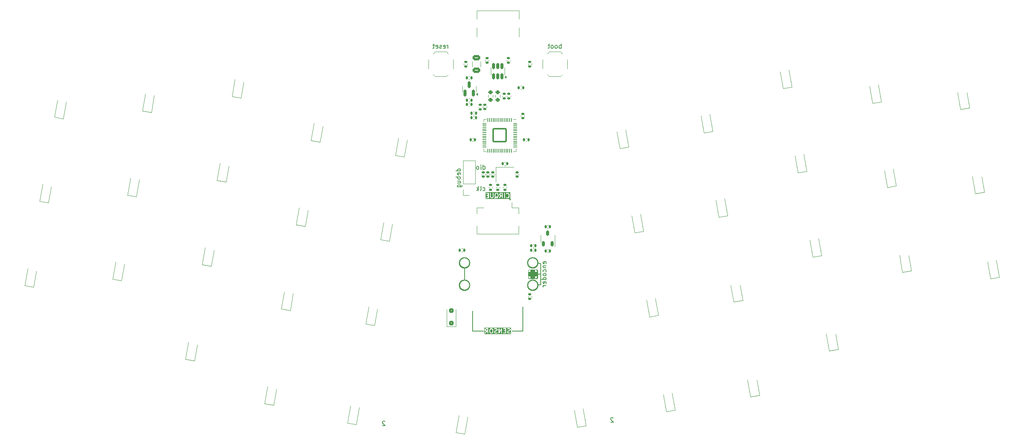
<source format=gbr>
%TF.GenerationSoftware,KiCad,Pcbnew,8.0.8*%
%TF.CreationDate,2025-05-06T20:43:44+02:00*%
%TF.ProjectId,Le Chisoffre,4c652043-6869-4736-9f66-6672652e6b69,rev?*%
%TF.SameCoordinates,Original*%
%TF.FileFunction,Legend,Bot*%
%TF.FilePolarity,Positive*%
%FSLAX46Y46*%
G04 Gerber Fmt 4.6, Leading zero omitted, Abs format (unit mm)*
G04 Created by KiCad (PCBNEW 8.0.8) date 2025-05-06 20:43:44*
%MOMM*%
%LPD*%
G01*
G04 APERTURE LIST*
G04 Aperture macros list*
%AMRoundRect*
0 Rectangle with rounded corners*
0 $1 Rounding radius*
0 $2 $3 $4 $5 $6 $7 $8 $9 X,Y pos of 4 corners*
0 Add a 4 corners polygon primitive as box body*
4,1,4,$2,$3,$4,$5,$6,$7,$8,$9,$2,$3,0*
0 Add four circle primitives for the rounded corners*
1,1,$1+$1,$2,$3*
1,1,$1+$1,$4,$5*
1,1,$1+$1,$6,$7*
1,1,$1+$1,$8,$9*
0 Add four rect primitives between the rounded corners*
20,1,$1+$1,$2,$3,$4,$5,0*
20,1,$1+$1,$4,$5,$6,$7,0*
20,1,$1+$1,$6,$7,$8,$9,0*
20,1,$1+$1,$8,$9,$2,$3,0*%
G04 Aperture macros list end*
%ADD10C,0.200000*%
%ADD11C,0.300000*%
%ADD12C,0.600000*%
%ADD13C,0.120000*%
%ADD14C,1.750000*%
%ADD15C,3.987800*%
%ADD16C,2.300000*%
%ADD17C,2.000000*%
%ADD18RoundRect,0.500000X0.500000X0.500000X-0.500000X0.500000X-0.500000X-0.500000X0.500000X-0.500000X0*%
%ADD19C,4.000000*%
%ADD20C,3.200000*%
%ADD21RoundRect,0.250000X0.347537X-0.243348X0.243348X0.347537X-0.347537X0.243348X-0.243348X-0.347537X0*%
%ADD22RoundRect,0.140000X0.170000X-0.140000X0.170000X0.140000X-0.170000X0.140000X-0.170000X-0.140000X0*%
%ADD23RoundRect,0.250000X0.243348X-0.347537X0.347537X0.243348X-0.243348X0.347537X-0.347537X-0.243348X0*%
%ADD24RoundRect,0.200000X-0.275000X0.200000X-0.275000X-0.200000X0.275000X-0.200000X0.275000X0.200000X0*%
%ADD25RoundRect,0.250000X0.300000X-0.300000X0.300000X0.300000X-0.300000X0.300000X-0.300000X-0.300000X0*%
%ADD26R,0.900000X0.300000*%
%ADD27R,0.250000X1.650000*%
%ADD28C,0.650000*%
%ADD29R,0.600000X1.450000*%
%ADD30R,0.300000X1.450000*%
%ADD31O,1.000000X1.600000*%
%ADD32O,1.000000X2.100000*%
%ADD33RoundRect,0.250000X-0.625000X0.375000X-0.625000X-0.375000X0.625000X-0.375000X0.625000X0.375000X0*%
%ADD34RoundRect,0.140000X-0.140000X-0.170000X0.140000X-0.170000X0.140000X0.170000X-0.140000X0.170000X0*%
%ADD35RoundRect,0.135000X0.135000X0.185000X-0.135000X0.185000X-0.135000X-0.185000X0.135000X-0.185000X0*%
%ADD36RoundRect,0.150000X0.150000X-0.450000X0.150000X0.450000X-0.150000X0.450000X-0.150000X-0.450000X0*%
%ADD37RoundRect,0.140000X0.140000X0.170000X-0.140000X0.170000X-0.140000X-0.170000X0.140000X-0.170000X0*%
%ADD38RoundRect,0.050000X0.387500X0.050000X-0.387500X0.050000X-0.387500X-0.050000X0.387500X-0.050000X0*%
%ADD39RoundRect,0.050000X0.050000X0.387500X-0.050000X0.387500X-0.050000X-0.387500X0.050000X-0.387500X0*%
%ADD40RoundRect,0.144000X1.456000X1.456000X-1.456000X1.456000X-1.456000X-1.456000X1.456000X-1.456000X0*%
%ADD41R,1.700000X1.000000*%
%ADD42RoundRect,0.135000X-0.185000X0.135000X-0.185000X-0.135000X0.185000X-0.135000X0.185000X0.135000X0*%
%ADD43RoundRect,0.150000X0.150000X-0.512500X0.150000X0.512500X-0.150000X0.512500X-0.150000X-0.512500X0*%
%ADD44RoundRect,0.135000X0.185000X-0.135000X0.185000X0.135000X-0.185000X0.135000X-0.185000X-0.135000X0*%
%ADD45R,1.400000X1.200000*%
%ADD46RoundRect,0.150000X0.150000X-0.587500X0.150000X0.587500X-0.150000X0.587500X-0.150000X-0.587500X0*%
%ADD47RoundRect,0.140000X-0.170000X0.140000X-0.170000X-0.140000X0.170000X-0.140000X0.170000X0.140000X0*%
%ADD48R,0.300000X1.600000*%
%ADD49R,1.800000X2.200000*%
%ADD50R,1.700000X1.700000*%
%ADD51O,1.700000X1.700000*%
%ADD52RoundRect,0.135000X-0.135000X-0.185000X0.135000X-0.185000X0.135000X0.185000X-0.135000X0.185000X0*%
%ADD53R,1.200000X1.200000*%
%ADD54C,1.200000*%
G04 APERTURE END LIST*
D10*
X156368750Y-101600000D02*
X153987500Y-101600000D01*
X143414068Y-91393713D02*
X143418896Y-86406748D01*
D11*
X159704313Y-86404870D02*
G75*
G02*
X157504313Y-86404870I-1100000J0D01*
G01*
X157504313Y-86404870D02*
G75*
G02*
X159704313Y-86404870I1100000J0D01*
G01*
X144514068Y-91393713D02*
G75*
G02*
X142314068Y-91393713I-1100000J0D01*
G01*
X142314068Y-91393713D02*
G75*
G02*
X144514068Y-91393713I1100000J0D01*
G01*
X159710220Y-91391324D02*
G75*
G02*
X157510220Y-91391324I-1100000J0D01*
G01*
X157510220Y-91391324D02*
G75*
G02*
X159710220Y-91391324I1100000J0D01*
G01*
D10*
X160337500Y-91281250D02*
X160337500Y-86518750D01*
D11*
X144518896Y-86406748D02*
G75*
G02*
X142318896Y-86406748I-1100000J0D01*
G01*
X142318896Y-86406748D02*
G75*
G02*
X144518896Y-86406748I1100000J0D01*
G01*
D10*
X160337500Y-88900000D02*
X158750000Y-88900000D01*
D12*
X157826750Y-88127833D02*
X159414250Y-88127833D01*
X159414250Y-89715333D01*
X157826750Y-89715333D01*
X157826750Y-88127833D01*
D10*
X160337500Y-86518750D02*
X158750000Y-86518750D01*
X160337500Y-91281250D02*
X158750000Y-91281250D01*
X147637500Y-101600000D02*
X145256250Y-101600000D01*
X145256250Y-96837500D02*
X145256250Y-101600000D01*
X156368750Y-96043750D02*
X156368750Y-101600000D01*
X147519940Y-65539719D02*
X147519940Y-64539719D01*
X147519940Y-65492100D02*
X147615178Y-65539719D01*
X147615178Y-65539719D02*
X147805654Y-65539719D01*
X147805654Y-65539719D02*
X147900892Y-65492100D01*
X147900892Y-65492100D02*
X147948511Y-65444480D01*
X147948511Y-65444480D02*
X147996130Y-65349242D01*
X147996130Y-65349242D02*
X147996130Y-65063528D01*
X147996130Y-65063528D02*
X147948511Y-64968290D01*
X147948511Y-64968290D02*
X147900892Y-64920671D01*
X147900892Y-64920671D02*
X147805654Y-64873052D01*
X147805654Y-64873052D02*
X147615178Y-64873052D01*
X147615178Y-64873052D02*
X147519940Y-64920671D01*
X147043749Y-65539719D02*
X147043749Y-64873052D01*
X147043749Y-64539719D02*
X147091368Y-64587338D01*
X147091368Y-64587338D02*
X147043749Y-64634957D01*
X147043749Y-64634957D02*
X146996130Y-64587338D01*
X146996130Y-64587338D02*
X147043749Y-64539719D01*
X147043749Y-64539719D02*
X147043749Y-64634957D01*
X146424702Y-65539719D02*
X146519940Y-65492100D01*
X146519940Y-65492100D02*
X146567559Y-65444480D01*
X146567559Y-65444480D02*
X146615178Y-65349242D01*
X146615178Y-65349242D02*
X146615178Y-65063528D01*
X146615178Y-65063528D02*
X146567559Y-64968290D01*
X146567559Y-64968290D02*
X146519940Y-64920671D01*
X146519940Y-64920671D02*
X146424702Y-64873052D01*
X146424702Y-64873052D02*
X146281845Y-64873052D01*
X146281845Y-64873052D02*
X146186607Y-64920671D01*
X146186607Y-64920671D02*
X146138988Y-64968290D01*
X146138988Y-64968290D02*
X146091369Y-65063528D01*
X146091369Y-65063528D02*
X146091369Y-65349242D01*
X146091369Y-65349242D02*
X146138988Y-65444480D01*
X146138988Y-65444480D02*
X146186607Y-65492100D01*
X146186607Y-65492100D02*
X146281845Y-65539719D01*
X146281845Y-65539719D02*
X146424702Y-65539719D01*
X176498213Y-120991207D02*
X176450594Y-120943588D01*
X176450594Y-120943588D02*
X176355356Y-120895969D01*
X176355356Y-120895969D02*
X176117261Y-120895969D01*
X176117261Y-120895969D02*
X176022023Y-120943588D01*
X176022023Y-120943588D02*
X175974404Y-120991207D01*
X175974404Y-120991207D02*
X175926785Y-121086445D01*
X175926785Y-121086445D02*
X175926785Y-121181683D01*
X175926785Y-121181683D02*
X175974404Y-121324540D01*
X175974404Y-121324540D02*
X176545832Y-121895969D01*
X176545832Y-121895969D02*
X175926785Y-121895969D01*
X161535850Y-86566666D02*
X161583469Y-86471428D01*
X161583469Y-86471428D02*
X161583469Y-86280952D01*
X161583469Y-86280952D02*
X161535850Y-86185714D01*
X161535850Y-86185714D02*
X161440611Y-86138095D01*
X161440611Y-86138095D02*
X161059659Y-86138095D01*
X161059659Y-86138095D02*
X160964421Y-86185714D01*
X160964421Y-86185714D02*
X160916802Y-86280952D01*
X160916802Y-86280952D02*
X160916802Y-86471428D01*
X160916802Y-86471428D02*
X160964421Y-86566666D01*
X160964421Y-86566666D02*
X161059659Y-86614285D01*
X161059659Y-86614285D02*
X161154897Y-86614285D01*
X161154897Y-86614285D02*
X161250135Y-86138095D01*
X160916802Y-87042857D02*
X161583469Y-87042857D01*
X161012040Y-87042857D02*
X160964421Y-87090476D01*
X160964421Y-87090476D02*
X160916802Y-87185714D01*
X160916802Y-87185714D02*
X160916802Y-87328571D01*
X160916802Y-87328571D02*
X160964421Y-87423809D01*
X160964421Y-87423809D02*
X161059659Y-87471428D01*
X161059659Y-87471428D02*
X161583469Y-87471428D01*
X161535850Y-88376190D02*
X161583469Y-88280952D01*
X161583469Y-88280952D02*
X161583469Y-88090476D01*
X161583469Y-88090476D02*
X161535850Y-87995238D01*
X161535850Y-87995238D02*
X161488230Y-87947619D01*
X161488230Y-87947619D02*
X161392992Y-87900000D01*
X161392992Y-87900000D02*
X161107278Y-87900000D01*
X161107278Y-87900000D02*
X161012040Y-87947619D01*
X161012040Y-87947619D02*
X160964421Y-87995238D01*
X160964421Y-87995238D02*
X160916802Y-88090476D01*
X160916802Y-88090476D02*
X160916802Y-88280952D01*
X160916802Y-88280952D02*
X160964421Y-88376190D01*
X161583469Y-88947619D02*
X161535850Y-88852381D01*
X161535850Y-88852381D02*
X161488230Y-88804762D01*
X161488230Y-88804762D02*
X161392992Y-88757143D01*
X161392992Y-88757143D02*
X161107278Y-88757143D01*
X161107278Y-88757143D02*
X161012040Y-88804762D01*
X161012040Y-88804762D02*
X160964421Y-88852381D01*
X160964421Y-88852381D02*
X160916802Y-88947619D01*
X160916802Y-88947619D02*
X160916802Y-89090476D01*
X160916802Y-89090476D02*
X160964421Y-89185714D01*
X160964421Y-89185714D02*
X161012040Y-89233333D01*
X161012040Y-89233333D02*
X161107278Y-89280952D01*
X161107278Y-89280952D02*
X161392992Y-89280952D01*
X161392992Y-89280952D02*
X161488230Y-89233333D01*
X161488230Y-89233333D02*
X161535850Y-89185714D01*
X161535850Y-89185714D02*
X161583469Y-89090476D01*
X161583469Y-89090476D02*
X161583469Y-88947619D01*
X161583469Y-90138095D02*
X160583469Y-90138095D01*
X161535850Y-90138095D02*
X161583469Y-90042857D01*
X161583469Y-90042857D02*
X161583469Y-89852381D01*
X161583469Y-89852381D02*
X161535850Y-89757143D01*
X161535850Y-89757143D02*
X161488230Y-89709524D01*
X161488230Y-89709524D02*
X161392992Y-89661905D01*
X161392992Y-89661905D02*
X161107278Y-89661905D01*
X161107278Y-89661905D02*
X161012040Y-89709524D01*
X161012040Y-89709524D02*
X160964421Y-89757143D01*
X160964421Y-89757143D02*
X160916802Y-89852381D01*
X160916802Y-89852381D02*
X160916802Y-90042857D01*
X160916802Y-90042857D02*
X160964421Y-90138095D01*
X161535850Y-90995238D02*
X161583469Y-90900000D01*
X161583469Y-90900000D02*
X161583469Y-90709524D01*
X161583469Y-90709524D02*
X161535850Y-90614286D01*
X161535850Y-90614286D02*
X161440611Y-90566667D01*
X161440611Y-90566667D02*
X161059659Y-90566667D01*
X161059659Y-90566667D02*
X160964421Y-90614286D01*
X160964421Y-90614286D02*
X160916802Y-90709524D01*
X160916802Y-90709524D02*
X160916802Y-90900000D01*
X160916802Y-90900000D02*
X160964421Y-90995238D01*
X160964421Y-90995238D02*
X161059659Y-91042857D01*
X161059659Y-91042857D02*
X161154897Y-91042857D01*
X161154897Y-91042857D02*
X161250135Y-90566667D01*
X161583469Y-91471429D02*
X160916802Y-91471429D01*
X161107278Y-91471429D02*
X161012040Y-91519048D01*
X161012040Y-91519048D02*
X160964421Y-91566667D01*
X160964421Y-91566667D02*
X160916802Y-91661905D01*
X160916802Y-91661905D02*
X160916802Y-91757143D01*
X139731547Y-38552219D02*
X139731547Y-37885552D01*
X139731547Y-38076028D02*
X139683928Y-37980790D01*
X139683928Y-37980790D02*
X139636309Y-37933171D01*
X139636309Y-37933171D02*
X139541071Y-37885552D01*
X139541071Y-37885552D02*
X139445833Y-37885552D01*
X138731547Y-38504600D02*
X138826785Y-38552219D01*
X138826785Y-38552219D02*
X139017261Y-38552219D01*
X139017261Y-38552219D02*
X139112499Y-38504600D01*
X139112499Y-38504600D02*
X139160118Y-38409361D01*
X139160118Y-38409361D02*
X139160118Y-38028409D01*
X139160118Y-38028409D02*
X139112499Y-37933171D01*
X139112499Y-37933171D02*
X139017261Y-37885552D01*
X139017261Y-37885552D02*
X138826785Y-37885552D01*
X138826785Y-37885552D02*
X138731547Y-37933171D01*
X138731547Y-37933171D02*
X138683928Y-38028409D01*
X138683928Y-38028409D02*
X138683928Y-38123647D01*
X138683928Y-38123647D02*
X139160118Y-38218885D01*
X138302975Y-38504600D02*
X138207737Y-38552219D01*
X138207737Y-38552219D02*
X138017261Y-38552219D01*
X138017261Y-38552219D02*
X137922023Y-38504600D01*
X137922023Y-38504600D02*
X137874404Y-38409361D01*
X137874404Y-38409361D02*
X137874404Y-38361742D01*
X137874404Y-38361742D02*
X137922023Y-38266504D01*
X137922023Y-38266504D02*
X138017261Y-38218885D01*
X138017261Y-38218885D02*
X138160118Y-38218885D01*
X138160118Y-38218885D02*
X138255356Y-38171266D01*
X138255356Y-38171266D02*
X138302975Y-38076028D01*
X138302975Y-38076028D02*
X138302975Y-38028409D01*
X138302975Y-38028409D02*
X138255356Y-37933171D01*
X138255356Y-37933171D02*
X138160118Y-37885552D01*
X138160118Y-37885552D02*
X138017261Y-37885552D01*
X138017261Y-37885552D02*
X137922023Y-37933171D01*
X137064880Y-38504600D02*
X137160118Y-38552219D01*
X137160118Y-38552219D02*
X137350594Y-38552219D01*
X137350594Y-38552219D02*
X137445832Y-38504600D01*
X137445832Y-38504600D02*
X137493451Y-38409361D01*
X137493451Y-38409361D02*
X137493451Y-38028409D01*
X137493451Y-38028409D02*
X137445832Y-37933171D01*
X137445832Y-37933171D02*
X137350594Y-37885552D01*
X137350594Y-37885552D02*
X137160118Y-37885552D01*
X137160118Y-37885552D02*
X137064880Y-37933171D01*
X137064880Y-37933171D02*
X137017261Y-38028409D01*
X137017261Y-38028409D02*
X137017261Y-38123647D01*
X137017261Y-38123647D02*
X137493451Y-38218885D01*
X136731546Y-37885552D02*
X136350594Y-37885552D01*
X136588689Y-37552219D02*
X136588689Y-38409361D01*
X136588689Y-38409361D02*
X136541070Y-38504600D01*
X136541070Y-38504600D02*
X136445832Y-38552219D01*
X136445832Y-38552219D02*
X136350594Y-38552219D01*
X164917261Y-38552219D02*
X164917261Y-37552219D01*
X164917261Y-37933171D02*
X164822023Y-37885552D01*
X164822023Y-37885552D02*
X164631547Y-37885552D01*
X164631547Y-37885552D02*
X164536309Y-37933171D01*
X164536309Y-37933171D02*
X164488690Y-37980790D01*
X164488690Y-37980790D02*
X164441071Y-38076028D01*
X164441071Y-38076028D02*
X164441071Y-38361742D01*
X164441071Y-38361742D02*
X164488690Y-38456980D01*
X164488690Y-38456980D02*
X164536309Y-38504600D01*
X164536309Y-38504600D02*
X164631547Y-38552219D01*
X164631547Y-38552219D02*
X164822023Y-38552219D01*
X164822023Y-38552219D02*
X164917261Y-38504600D01*
X163869642Y-38552219D02*
X163964880Y-38504600D01*
X163964880Y-38504600D02*
X164012499Y-38456980D01*
X164012499Y-38456980D02*
X164060118Y-38361742D01*
X164060118Y-38361742D02*
X164060118Y-38076028D01*
X164060118Y-38076028D02*
X164012499Y-37980790D01*
X164012499Y-37980790D02*
X163964880Y-37933171D01*
X163964880Y-37933171D02*
X163869642Y-37885552D01*
X163869642Y-37885552D02*
X163726785Y-37885552D01*
X163726785Y-37885552D02*
X163631547Y-37933171D01*
X163631547Y-37933171D02*
X163583928Y-37980790D01*
X163583928Y-37980790D02*
X163536309Y-38076028D01*
X163536309Y-38076028D02*
X163536309Y-38361742D01*
X163536309Y-38361742D02*
X163583928Y-38456980D01*
X163583928Y-38456980D02*
X163631547Y-38504600D01*
X163631547Y-38504600D02*
X163726785Y-38552219D01*
X163726785Y-38552219D02*
X163869642Y-38552219D01*
X162964880Y-38552219D02*
X163060118Y-38504600D01*
X163060118Y-38504600D02*
X163107737Y-38456980D01*
X163107737Y-38456980D02*
X163155356Y-38361742D01*
X163155356Y-38361742D02*
X163155356Y-38076028D01*
X163155356Y-38076028D02*
X163107737Y-37980790D01*
X163107737Y-37980790D02*
X163060118Y-37933171D01*
X163060118Y-37933171D02*
X162964880Y-37885552D01*
X162964880Y-37885552D02*
X162822023Y-37885552D01*
X162822023Y-37885552D02*
X162726785Y-37933171D01*
X162726785Y-37933171D02*
X162679166Y-37980790D01*
X162679166Y-37980790D02*
X162631547Y-38076028D01*
X162631547Y-38076028D02*
X162631547Y-38361742D01*
X162631547Y-38361742D02*
X162679166Y-38456980D01*
X162679166Y-38456980D02*
X162726785Y-38504600D01*
X162726785Y-38504600D02*
X162822023Y-38552219D01*
X162822023Y-38552219D02*
X162964880Y-38552219D01*
X162345832Y-37885552D02*
X161964880Y-37885552D01*
X162202975Y-37552219D02*
X162202975Y-38409361D01*
X162202975Y-38409361D02*
X162155356Y-38504600D01*
X162155356Y-38504600D02*
X162060118Y-38552219D01*
X162060118Y-38552219D02*
X161964880Y-38552219D01*
X142533469Y-65897321D02*
X141533469Y-65897321D01*
X142485850Y-65897321D02*
X142533469Y-65802083D01*
X142533469Y-65802083D02*
X142533469Y-65611607D01*
X142533469Y-65611607D02*
X142485850Y-65516369D01*
X142485850Y-65516369D02*
X142438230Y-65468750D01*
X142438230Y-65468750D02*
X142342992Y-65421131D01*
X142342992Y-65421131D02*
X142057278Y-65421131D01*
X142057278Y-65421131D02*
X141962040Y-65468750D01*
X141962040Y-65468750D02*
X141914421Y-65516369D01*
X141914421Y-65516369D02*
X141866802Y-65611607D01*
X141866802Y-65611607D02*
X141866802Y-65802083D01*
X141866802Y-65802083D02*
X141914421Y-65897321D01*
X142485850Y-66754464D02*
X142533469Y-66659226D01*
X142533469Y-66659226D02*
X142533469Y-66468750D01*
X142533469Y-66468750D02*
X142485850Y-66373512D01*
X142485850Y-66373512D02*
X142390611Y-66325893D01*
X142390611Y-66325893D02*
X142009659Y-66325893D01*
X142009659Y-66325893D02*
X141914421Y-66373512D01*
X141914421Y-66373512D02*
X141866802Y-66468750D01*
X141866802Y-66468750D02*
X141866802Y-66659226D01*
X141866802Y-66659226D02*
X141914421Y-66754464D01*
X141914421Y-66754464D02*
X142009659Y-66802083D01*
X142009659Y-66802083D02*
X142104897Y-66802083D01*
X142104897Y-66802083D02*
X142200135Y-66325893D01*
X142533469Y-67230655D02*
X141533469Y-67230655D01*
X141914421Y-67230655D02*
X141866802Y-67325893D01*
X141866802Y-67325893D02*
X141866802Y-67516369D01*
X141866802Y-67516369D02*
X141914421Y-67611607D01*
X141914421Y-67611607D02*
X141962040Y-67659226D01*
X141962040Y-67659226D02*
X142057278Y-67706845D01*
X142057278Y-67706845D02*
X142342992Y-67706845D01*
X142342992Y-67706845D02*
X142438230Y-67659226D01*
X142438230Y-67659226D02*
X142485850Y-67611607D01*
X142485850Y-67611607D02*
X142533469Y-67516369D01*
X142533469Y-67516369D02*
X142533469Y-67325893D01*
X142533469Y-67325893D02*
X142485850Y-67230655D01*
X141866802Y-68563988D02*
X142533469Y-68563988D01*
X141866802Y-68135417D02*
X142390611Y-68135417D01*
X142390611Y-68135417D02*
X142485850Y-68183036D01*
X142485850Y-68183036D02*
X142533469Y-68278274D01*
X142533469Y-68278274D02*
X142533469Y-68421131D01*
X142533469Y-68421131D02*
X142485850Y-68516369D01*
X142485850Y-68516369D02*
X142438230Y-68563988D01*
X141866802Y-69468750D02*
X142676326Y-69468750D01*
X142676326Y-69468750D02*
X142771564Y-69421131D01*
X142771564Y-69421131D02*
X142819183Y-69373512D01*
X142819183Y-69373512D02*
X142866802Y-69278274D01*
X142866802Y-69278274D02*
X142866802Y-69135417D01*
X142866802Y-69135417D02*
X142819183Y-69040179D01*
X142485850Y-69468750D02*
X142533469Y-69373512D01*
X142533469Y-69373512D02*
X142533469Y-69183036D01*
X142533469Y-69183036D02*
X142485850Y-69087798D01*
X142485850Y-69087798D02*
X142438230Y-69040179D01*
X142438230Y-69040179D02*
X142342992Y-68992560D01*
X142342992Y-68992560D02*
X142057278Y-68992560D01*
X142057278Y-68992560D02*
X141962040Y-69040179D01*
X141962040Y-69040179D02*
X141914421Y-69087798D01*
X141914421Y-69087798D02*
X141866802Y-69183036D01*
X141866802Y-69183036D02*
X141866802Y-69373512D01*
X141866802Y-69373512D02*
X141914421Y-69468750D01*
X125698213Y-121784957D02*
X125650594Y-121737338D01*
X125650594Y-121737338D02*
X125555356Y-121689719D01*
X125555356Y-121689719D02*
X125317261Y-121689719D01*
X125317261Y-121689719D02*
X125222023Y-121737338D01*
X125222023Y-121737338D02*
X125174404Y-121784957D01*
X125174404Y-121784957D02*
X125126785Y-121880195D01*
X125126785Y-121880195D02*
X125126785Y-121975433D01*
X125126785Y-121975433D02*
X125174404Y-122118290D01*
X125174404Y-122118290D02*
X125745832Y-122689719D01*
X125745832Y-122689719D02*
X125126785Y-122689719D01*
X147472321Y-70254600D02*
X147567559Y-70302219D01*
X147567559Y-70302219D02*
X147758035Y-70302219D01*
X147758035Y-70302219D02*
X147853273Y-70254600D01*
X147853273Y-70254600D02*
X147900892Y-70206980D01*
X147900892Y-70206980D02*
X147948511Y-70111742D01*
X147948511Y-70111742D02*
X147948511Y-69826028D01*
X147948511Y-69826028D02*
X147900892Y-69730790D01*
X147900892Y-69730790D02*
X147853273Y-69683171D01*
X147853273Y-69683171D02*
X147758035Y-69635552D01*
X147758035Y-69635552D02*
X147567559Y-69635552D01*
X147567559Y-69635552D02*
X147472321Y-69683171D01*
X146900892Y-70302219D02*
X146996130Y-70254600D01*
X146996130Y-70254600D02*
X147043749Y-70159361D01*
X147043749Y-70159361D02*
X147043749Y-69302219D01*
X146519939Y-70302219D02*
X146519939Y-69302219D01*
X146424701Y-69921266D02*
X146138987Y-70302219D01*
X146138987Y-69635552D02*
X146519939Y-70016504D01*
G36*
X149515167Y-101182023D02*
G01*
X149579346Y-101246202D01*
X149617261Y-101397861D01*
X149617261Y-101706575D01*
X149579345Y-101858235D01*
X149515169Y-101922413D01*
X149455559Y-101952219D01*
X149312297Y-101952219D01*
X149252687Y-101922414D01*
X149188510Y-101858236D01*
X149150595Y-101706575D01*
X149150595Y-101397862D01*
X149188510Y-101246202D01*
X149252689Y-101182023D01*
X149312297Y-101152219D01*
X149455559Y-101152219D01*
X149515167Y-101182023D01*
G37*
G36*
X148522023Y-101476028D02*
G01*
X148264678Y-101476028D01*
X148205068Y-101446223D01*
X148180400Y-101421554D01*
X148150595Y-101361944D01*
X148150595Y-101266302D01*
X148180400Y-101206692D01*
X148205068Y-101182023D01*
X148264678Y-101152219D01*
X148522023Y-101152219D01*
X148522023Y-101476028D01*
G37*
G36*
X153785515Y-102263330D02*
G01*
X147839484Y-102263330D01*
X147839484Y-101242695D01*
X147950595Y-101242695D01*
X147950595Y-101385552D01*
X147952516Y-101405061D01*
X147953891Y-101408381D01*
X147954146Y-101411965D01*
X147961152Y-101430273D01*
X148008771Y-101525511D01*
X148014056Y-101533907D01*
X148015067Y-101536347D01*
X148017320Y-101539093D01*
X148019214Y-101542101D01*
X148021208Y-101543830D01*
X148027503Y-101551501D01*
X148075122Y-101599119D01*
X148082788Y-101605411D01*
X148084521Y-101607409D01*
X148087529Y-101609302D01*
X148090275Y-101611556D01*
X148092715Y-101612566D01*
X148101112Y-101617852D01*
X148196349Y-101665471D01*
X148198639Y-101666347D01*
X147968672Y-101994873D01*
X147959058Y-102011957D01*
X147950618Y-102050051D01*
X147957399Y-102088476D01*
X147978368Y-102121381D01*
X148010333Y-102143756D01*
X148048427Y-102152196D01*
X148086852Y-102145415D01*
X148119757Y-102124446D01*
X148132518Y-102109565D01*
X148435993Y-101676028D01*
X148522023Y-101676028D01*
X148522023Y-102052219D01*
X148523944Y-102071728D01*
X148538876Y-102107776D01*
X148566466Y-102135366D01*
X148602514Y-102150298D01*
X148641532Y-102150298D01*
X148677580Y-102135366D01*
X148705170Y-102107776D01*
X148720102Y-102071728D01*
X148722023Y-102052219D01*
X148722023Y-101385552D01*
X148950595Y-101385552D01*
X148950595Y-101718885D01*
X148950930Y-101722287D01*
X148950713Y-101723746D01*
X148951792Y-101731043D01*
X148952516Y-101738394D01*
X148953080Y-101739757D01*
X148953581Y-101743139D01*
X149001200Y-101933614D01*
X149007795Y-101952075D01*
X149012220Y-101958047D01*
X149015066Y-101964918D01*
X149027503Y-101980071D01*
X149122741Y-102075311D01*
X149130409Y-102081604D01*
X149132140Y-102083600D01*
X149135147Y-102085493D01*
X149137894Y-102087747D01*
X149140334Y-102088757D01*
X149148731Y-102094043D01*
X149243968Y-102141662D01*
X149262277Y-102148668D01*
X149265860Y-102148922D01*
X149269181Y-102150298D01*
X149288690Y-102152219D01*
X149479166Y-102152219D01*
X149498675Y-102150298D01*
X149501995Y-102148922D01*
X149505579Y-102148668D01*
X149523887Y-102141662D01*
X149619125Y-102094043D01*
X149627520Y-102088758D01*
X149629962Y-102087747D01*
X149632709Y-102085491D01*
X149635715Y-102083600D01*
X149637445Y-102081605D01*
X149645115Y-102075310D01*
X149740353Y-101980071D01*
X149752790Y-101964918D01*
X149755635Y-101958047D01*
X149760061Y-101952075D01*
X149766656Y-101933615D01*
X149808434Y-101766504D01*
X149998214Y-101766504D01*
X149998214Y-101861742D01*
X150000135Y-101881251D01*
X150001510Y-101884571D01*
X150001765Y-101888155D01*
X150008771Y-101906463D01*
X150056390Y-102001701D01*
X150061673Y-102010093D01*
X150062685Y-102012537D01*
X150064941Y-102015286D01*
X150066833Y-102018291D01*
X150068827Y-102020020D01*
X150075122Y-102027690D01*
X150122740Y-102075310D01*
X150130408Y-102081603D01*
X150132140Y-102083600D01*
X150135148Y-102085493D01*
X150137894Y-102087747D01*
X150140334Y-102088757D01*
X150148731Y-102094043D01*
X150243968Y-102141662D01*
X150262277Y-102148668D01*
X150265860Y-102148922D01*
X150269181Y-102150298D01*
X150288690Y-102152219D01*
X150526785Y-102152219D01*
X150536658Y-102151246D01*
X150539292Y-102151434D01*
X150542755Y-102150646D01*
X150546294Y-102150298D01*
X150548736Y-102149286D01*
X150558408Y-102147087D01*
X150701264Y-102099468D01*
X150719165Y-102091477D01*
X150748641Y-102065912D01*
X150766090Y-102031013D01*
X150768857Y-101992093D01*
X150756518Y-101955077D01*
X150730953Y-101925601D01*
X150696054Y-101908151D01*
X150657134Y-101905385D01*
X150638019Y-101909732D01*
X150510558Y-101952219D01*
X150312297Y-101952219D01*
X150252687Y-101922414D01*
X150228020Y-101897746D01*
X150198214Y-101838134D01*
X150198214Y-101790111D01*
X150228019Y-101730501D01*
X150252687Y-101705832D01*
X150323594Y-101670379D01*
X150503419Y-101625423D01*
X150504856Y-101624909D01*
X150505579Y-101624858D01*
X150513703Y-101621749D01*
X150521880Y-101618828D01*
X150522460Y-101618397D01*
X150523887Y-101617852D01*
X150619125Y-101570233D01*
X150627521Y-101564947D01*
X150629961Y-101563937D01*
X150632707Y-101561683D01*
X150635715Y-101559790D01*
X150637444Y-101557795D01*
X150645115Y-101551501D01*
X150692733Y-101503882D01*
X150699025Y-101496215D01*
X150701023Y-101494483D01*
X150702916Y-101491474D01*
X150705170Y-101488729D01*
X150706180Y-101486288D01*
X150711466Y-101477892D01*
X150759085Y-101382655D01*
X150766091Y-101364346D01*
X150766345Y-101360762D01*
X150767721Y-101357442D01*
X150769642Y-101337933D01*
X150769642Y-101242695D01*
X150767721Y-101223186D01*
X150766345Y-101219865D01*
X150766091Y-101216282D01*
X150759085Y-101197973D01*
X150711466Y-101102736D01*
X150706180Y-101094339D01*
X150705170Y-101091899D01*
X150702916Y-101089153D01*
X150701023Y-101086145D01*
X150699025Y-101084412D01*
X150692733Y-101076746D01*
X150668207Y-101052219D01*
X150998214Y-101052219D01*
X150998214Y-102052219D01*
X150998708Y-102057236D01*
X150998458Y-102059204D01*
X150999152Y-102061750D01*
X151000135Y-102071728D01*
X151005226Y-102084018D01*
X151008725Y-102096847D01*
X151012627Y-102101885D01*
X151015067Y-102107776D01*
X151024472Y-102117181D01*
X151032615Y-102127696D01*
X151038149Y-102130858D01*
X151042657Y-102135366D01*
X151054942Y-102140454D01*
X151066492Y-102147055D01*
X151072816Y-102147858D01*
X151078705Y-102150298D01*
X151092006Y-102150298D01*
X151105199Y-102151975D01*
X151111348Y-102150298D01*
X151117723Y-102150298D01*
X151130013Y-102145206D01*
X151142842Y-102141708D01*
X151147880Y-102137805D01*
X151153771Y-102135366D01*
X151163176Y-102125960D01*
X151173691Y-102117818D01*
X151179494Y-102109642D01*
X151181361Y-102107776D01*
X151182119Y-102105943D01*
X151185038Y-102101833D01*
X151569642Y-101428775D01*
X151569642Y-102052219D01*
X151571563Y-102071728D01*
X151586495Y-102107776D01*
X151614085Y-102135366D01*
X151650133Y-102150298D01*
X151689151Y-102150298D01*
X151725199Y-102135366D01*
X151752789Y-102107776D01*
X151767721Y-102071728D01*
X151769642Y-102052219D01*
X151769642Y-101052219D01*
X151769147Y-101047201D01*
X151769398Y-101045234D01*
X151768703Y-101042687D01*
X151767721Y-101032710D01*
X152000135Y-101032710D01*
X152000135Y-101071728D01*
X152015067Y-101107776D01*
X152042657Y-101135366D01*
X152078705Y-101150298D01*
X152098214Y-101152219D01*
X152474404Y-101152219D01*
X152474404Y-101428409D01*
X152241071Y-101428409D01*
X152221562Y-101430330D01*
X152185514Y-101445262D01*
X152157924Y-101472852D01*
X152142992Y-101508900D01*
X152142992Y-101547918D01*
X152157924Y-101583966D01*
X152185514Y-101611556D01*
X152221562Y-101626488D01*
X152241071Y-101628409D01*
X152474404Y-101628409D01*
X152474404Y-101952219D01*
X152098214Y-101952219D01*
X152078705Y-101954140D01*
X152042657Y-101969072D01*
X152015067Y-101996662D01*
X152000135Y-102032710D01*
X152000135Y-102071728D01*
X152015067Y-102107776D01*
X152042657Y-102135366D01*
X152078705Y-102150298D01*
X152098214Y-102152219D01*
X152574404Y-102152219D01*
X152593913Y-102150298D01*
X152629961Y-102135366D01*
X152657551Y-102107776D01*
X152672483Y-102071728D01*
X152674404Y-102052219D01*
X152674404Y-101766504D01*
X152902976Y-101766504D01*
X152902976Y-101861742D01*
X152904897Y-101881251D01*
X152906272Y-101884571D01*
X152906527Y-101888155D01*
X152913533Y-101906463D01*
X152961152Y-102001701D01*
X152966435Y-102010093D01*
X152967447Y-102012537D01*
X152969703Y-102015286D01*
X152971595Y-102018291D01*
X152973589Y-102020020D01*
X152979884Y-102027690D01*
X153027502Y-102075310D01*
X153035170Y-102081603D01*
X153036902Y-102083600D01*
X153039910Y-102085493D01*
X153042656Y-102087747D01*
X153045096Y-102088757D01*
X153053493Y-102094043D01*
X153148730Y-102141662D01*
X153167039Y-102148668D01*
X153170622Y-102148922D01*
X153173943Y-102150298D01*
X153193452Y-102152219D01*
X153431547Y-102152219D01*
X153441420Y-102151246D01*
X153444054Y-102151434D01*
X153447517Y-102150646D01*
X153451056Y-102150298D01*
X153453498Y-102149286D01*
X153463170Y-102147087D01*
X153606026Y-102099468D01*
X153623927Y-102091477D01*
X153653403Y-102065912D01*
X153670852Y-102031013D01*
X153673619Y-101992093D01*
X153661280Y-101955077D01*
X153635715Y-101925601D01*
X153600816Y-101908151D01*
X153561896Y-101905385D01*
X153542781Y-101909732D01*
X153415320Y-101952219D01*
X153217059Y-101952219D01*
X153157449Y-101922414D01*
X153132782Y-101897746D01*
X153102976Y-101838134D01*
X153102976Y-101790111D01*
X153132781Y-101730501D01*
X153157449Y-101705832D01*
X153228356Y-101670379D01*
X153408181Y-101625423D01*
X153409618Y-101624909D01*
X153410341Y-101624858D01*
X153418465Y-101621749D01*
X153426642Y-101618828D01*
X153427222Y-101618397D01*
X153428649Y-101617852D01*
X153523887Y-101570233D01*
X153532283Y-101564947D01*
X153534723Y-101563937D01*
X153537469Y-101561683D01*
X153540477Y-101559790D01*
X153542206Y-101557795D01*
X153549877Y-101551501D01*
X153597495Y-101503882D01*
X153603787Y-101496215D01*
X153605785Y-101494483D01*
X153607678Y-101491474D01*
X153609932Y-101488729D01*
X153610942Y-101486288D01*
X153616228Y-101477892D01*
X153663847Y-101382655D01*
X153670853Y-101364346D01*
X153671107Y-101360762D01*
X153672483Y-101357442D01*
X153674404Y-101337933D01*
X153674404Y-101242695D01*
X153672483Y-101223186D01*
X153671107Y-101219865D01*
X153670853Y-101216282D01*
X153663847Y-101197973D01*
X153616228Y-101102736D01*
X153610942Y-101094339D01*
X153609932Y-101091899D01*
X153607678Y-101089153D01*
X153605785Y-101086145D01*
X153603787Y-101084412D01*
X153597495Y-101076746D01*
X153549877Y-101029127D01*
X153542206Y-101022832D01*
X153540477Y-101020838D01*
X153537469Y-101018944D01*
X153534723Y-101016691D01*
X153532283Y-101015680D01*
X153523887Y-101010395D01*
X153428649Y-100962776D01*
X153410341Y-100955770D01*
X153406757Y-100955515D01*
X153403437Y-100954140D01*
X153383928Y-100952219D01*
X153145833Y-100952219D01*
X153135959Y-100953191D01*
X153133325Y-100953004D01*
X153129861Y-100953791D01*
X153126324Y-100954140D01*
X153123882Y-100955151D01*
X153114210Y-100957351D01*
X152971353Y-101004970D01*
X152953453Y-101012961D01*
X152923977Y-101038526D01*
X152906527Y-101073425D01*
X152903761Y-101112345D01*
X152916099Y-101149361D01*
X152941664Y-101178837D01*
X152976563Y-101196287D01*
X153015483Y-101199053D01*
X153034599Y-101194706D01*
X153162059Y-101152219D01*
X153360321Y-101152219D01*
X153419930Y-101182024D01*
X153444599Y-101206692D01*
X153474404Y-101266302D01*
X153474404Y-101314326D01*
X153444599Y-101373935D01*
X153419930Y-101398603D01*
X153349023Y-101434057D01*
X153169198Y-101479014D01*
X153167759Y-101479527D01*
X153167039Y-101479579D01*
X153158914Y-101482687D01*
X153150738Y-101485609D01*
X153150158Y-101486038D01*
X153148730Y-101486585D01*
X153053493Y-101534204D01*
X153045096Y-101539489D01*
X153042656Y-101540500D01*
X153039910Y-101542753D01*
X153036902Y-101544647D01*
X153035169Y-101546644D01*
X153027503Y-101552937D01*
X152979884Y-101600555D01*
X152973589Y-101608225D01*
X152971595Y-101609955D01*
X152969701Y-101612962D01*
X152967448Y-101615709D01*
X152966437Y-101618148D01*
X152961152Y-101626545D01*
X152913533Y-101721783D01*
X152906527Y-101740091D01*
X152906272Y-101743674D01*
X152904897Y-101746995D01*
X152902976Y-101766504D01*
X152674404Y-101766504D01*
X152674404Y-101052219D01*
X152672483Y-101032710D01*
X152657551Y-100996662D01*
X152629961Y-100969072D01*
X152593913Y-100954140D01*
X152574404Y-100952219D01*
X152098214Y-100952219D01*
X152078705Y-100954140D01*
X152042657Y-100969072D01*
X152015067Y-100996662D01*
X152000135Y-101032710D01*
X151767721Y-101032710D01*
X151762631Y-101020423D01*
X151759132Y-101007591D01*
X151755227Y-101002549D01*
X151752789Y-100996662D01*
X151743385Y-100987258D01*
X151735241Y-100976742D01*
X151729706Y-100973579D01*
X151725199Y-100969072D01*
X151712913Y-100963983D01*
X151701364Y-100957383D01*
X151695039Y-100956579D01*
X151689151Y-100954140D01*
X151675851Y-100954140D01*
X151662658Y-100952463D01*
X151656509Y-100954140D01*
X151650133Y-100954140D01*
X151637846Y-100959229D01*
X151625014Y-100962729D01*
X151619972Y-100966633D01*
X151614085Y-100969072D01*
X151604681Y-100978475D01*
X151594165Y-100986620D01*
X151588361Y-100994795D01*
X151586495Y-100996662D01*
X151585736Y-100998494D01*
X151582818Y-101002605D01*
X151198214Y-101675662D01*
X151198214Y-101052219D01*
X151196293Y-101032710D01*
X151181361Y-100996662D01*
X151153771Y-100969072D01*
X151117723Y-100954140D01*
X151078705Y-100954140D01*
X151042657Y-100969072D01*
X151015067Y-100996662D01*
X151000135Y-101032710D01*
X150998214Y-101052219D01*
X150668207Y-101052219D01*
X150645115Y-101029127D01*
X150637444Y-101022832D01*
X150635715Y-101020838D01*
X150632707Y-101018944D01*
X150629961Y-101016691D01*
X150627521Y-101015680D01*
X150619125Y-101010395D01*
X150523887Y-100962776D01*
X150505579Y-100955770D01*
X150501995Y-100955515D01*
X150498675Y-100954140D01*
X150479166Y-100952219D01*
X150241071Y-100952219D01*
X150231197Y-100953191D01*
X150228563Y-100953004D01*
X150225099Y-100953791D01*
X150221562Y-100954140D01*
X150219120Y-100955151D01*
X150209448Y-100957351D01*
X150066591Y-101004970D01*
X150048691Y-101012961D01*
X150019215Y-101038526D01*
X150001765Y-101073425D01*
X149998999Y-101112345D01*
X150011337Y-101149361D01*
X150036902Y-101178837D01*
X150071801Y-101196287D01*
X150110721Y-101199053D01*
X150129837Y-101194706D01*
X150257297Y-101152219D01*
X150455559Y-101152219D01*
X150515168Y-101182024D01*
X150539837Y-101206692D01*
X150569642Y-101266302D01*
X150569642Y-101314326D01*
X150539837Y-101373935D01*
X150515168Y-101398603D01*
X150444261Y-101434057D01*
X150264436Y-101479014D01*
X150262997Y-101479527D01*
X150262277Y-101479579D01*
X150254152Y-101482687D01*
X150245976Y-101485609D01*
X150245396Y-101486038D01*
X150243968Y-101486585D01*
X150148731Y-101534204D01*
X150140334Y-101539489D01*
X150137894Y-101540500D01*
X150135148Y-101542753D01*
X150132140Y-101544647D01*
X150130407Y-101546644D01*
X150122741Y-101552937D01*
X150075122Y-101600555D01*
X150068827Y-101608225D01*
X150066833Y-101609955D01*
X150064939Y-101612962D01*
X150062686Y-101615709D01*
X150061675Y-101618148D01*
X150056390Y-101626545D01*
X150008771Y-101721783D01*
X150001765Y-101740091D01*
X150001510Y-101743674D01*
X150000135Y-101746995D01*
X149998214Y-101766504D01*
X149808434Y-101766504D01*
X149814275Y-101743139D01*
X149814775Y-101739757D01*
X149815340Y-101738394D01*
X149816063Y-101731043D01*
X149817143Y-101723746D01*
X149816925Y-101722287D01*
X149817261Y-101718885D01*
X149817261Y-101385552D01*
X149816925Y-101382149D01*
X149817143Y-101380691D01*
X149816063Y-101373393D01*
X149815340Y-101366043D01*
X149814775Y-101364679D01*
X149814275Y-101361298D01*
X149766656Y-101170822D01*
X149760061Y-101152362D01*
X149755634Y-101146387D01*
X149752789Y-101139519D01*
X149740353Y-101124365D01*
X149645115Y-101029127D01*
X149637444Y-101022832D01*
X149635715Y-101020838D01*
X149632707Y-101018944D01*
X149629961Y-101016691D01*
X149627521Y-101015680D01*
X149619125Y-101010395D01*
X149523887Y-100962776D01*
X149505579Y-100955770D01*
X149501995Y-100955515D01*
X149498675Y-100954140D01*
X149479166Y-100952219D01*
X149288690Y-100952219D01*
X149269181Y-100954140D01*
X149265860Y-100955515D01*
X149262277Y-100955770D01*
X149243968Y-100962776D01*
X149148731Y-101010395D01*
X149140332Y-101015681D01*
X149137895Y-101016691D01*
X149135151Y-101018942D01*
X149132140Y-101020838D01*
X149130407Y-101022835D01*
X149122741Y-101029127D01*
X149027503Y-101124365D01*
X149015067Y-101139519D01*
X149012221Y-101146387D01*
X149007795Y-101152362D01*
X149001200Y-101170823D01*
X148953581Y-101361298D01*
X148953080Y-101364679D01*
X148952516Y-101366043D01*
X148951792Y-101373393D01*
X148950713Y-101380691D01*
X148950930Y-101382149D01*
X148950595Y-101385552D01*
X148722023Y-101385552D01*
X148722023Y-101052219D01*
X148720102Y-101032710D01*
X148705170Y-100996662D01*
X148677580Y-100969072D01*
X148641532Y-100954140D01*
X148622023Y-100952219D01*
X148241071Y-100952219D01*
X148221562Y-100954140D01*
X148218241Y-100955515D01*
X148214658Y-100955770D01*
X148196349Y-100962776D01*
X148101112Y-101010395D01*
X148092715Y-101015680D01*
X148090275Y-101016691D01*
X148087529Y-101018944D01*
X148084521Y-101020838D01*
X148082788Y-101022835D01*
X148075122Y-101029128D01*
X148027503Y-101076746D01*
X148021208Y-101084416D01*
X148019214Y-101086146D01*
X148017320Y-101089153D01*
X148015067Y-101091900D01*
X148014056Y-101094339D01*
X148008771Y-101102736D01*
X147961152Y-101197974D01*
X147954146Y-101216282D01*
X147953891Y-101219865D01*
X147952516Y-101223186D01*
X147950595Y-101242695D01*
X147839484Y-101242695D01*
X147839484Y-100841108D01*
X153785515Y-100841108D01*
X153785515Y-102263330D01*
G37*
G36*
X150681836Y-71743663D02*
G01*
X150622226Y-71773469D01*
X150553920Y-71773469D01*
X150562211Y-71765177D01*
X150621821Y-71735373D01*
X150690127Y-71735373D01*
X150681836Y-71743663D01*
G37*
G36*
X150681834Y-71003273D02*
G01*
X150746013Y-71067452D01*
X150783928Y-71219111D01*
X150783928Y-71527825D01*
X150772064Y-71575281D01*
X150749009Y-71552226D01*
X150712961Y-71537294D01*
X150693452Y-71535373D01*
X150598214Y-71535373D01*
X150578705Y-71537294D01*
X150575384Y-71538669D01*
X150571801Y-71538924D01*
X150553492Y-71545930D01*
X150458255Y-71593549D01*
X150449858Y-71598834D01*
X150447418Y-71599845D01*
X150444672Y-71602098D01*
X150441664Y-71603992D01*
X150439931Y-71605989D01*
X150432265Y-71612282D01*
X150360119Y-71684428D01*
X150355177Y-71679486D01*
X150317262Y-71527825D01*
X150317262Y-71219112D01*
X150355177Y-71067452D01*
X150419356Y-71003273D01*
X150478964Y-70973469D01*
X150622226Y-70973469D01*
X150681834Y-71003273D01*
G37*
G36*
X151736309Y-71297278D02*
G01*
X151478964Y-71297278D01*
X151419354Y-71267473D01*
X151394686Y-71242804D01*
X151364881Y-71183194D01*
X151364881Y-71087552D01*
X151394686Y-71027942D01*
X151419354Y-71003273D01*
X151478964Y-70973469D01*
X151736309Y-70973469D01*
X151736309Y-71297278D01*
G37*
G36*
X153571229Y-72179033D02*
G01*
X148055691Y-72179033D01*
X148055691Y-70853960D01*
X148166802Y-70853960D01*
X148166802Y-70892978D01*
X148181734Y-70929026D01*
X148209324Y-70956616D01*
X148245372Y-70971548D01*
X148264881Y-70973469D01*
X148641071Y-70973469D01*
X148641071Y-71249659D01*
X148407738Y-71249659D01*
X148388229Y-71251580D01*
X148352181Y-71266512D01*
X148324591Y-71294102D01*
X148309659Y-71330150D01*
X148309659Y-71369168D01*
X148324591Y-71405216D01*
X148352181Y-71432806D01*
X148388229Y-71447738D01*
X148407738Y-71449659D01*
X148641071Y-71449659D01*
X148641071Y-71773469D01*
X148264881Y-71773469D01*
X148245372Y-71775390D01*
X148209324Y-71790322D01*
X148181734Y-71817912D01*
X148166802Y-71853960D01*
X148166802Y-71892978D01*
X148181734Y-71929026D01*
X148209324Y-71956616D01*
X148245372Y-71971548D01*
X148264881Y-71973469D01*
X148741071Y-71973469D01*
X148760580Y-71971548D01*
X148796628Y-71956616D01*
X148824218Y-71929026D01*
X148839150Y-71892978D01*
X148841071Y-71873469D01*
X148841071Y-70873469D01*
X149117262Y-70873469D01*
X149117262Y-71682992D01*
X149119183Y-71702501D01*
X149120558Y-71705821D01*
X149120813Y-71709405D01*
X149127819Y-71727713D01*
X149175438Y-71822951D01*
X149180721Y-71831343D01*
X149181733Y-71833787D01*
X149183989Y-71836536D01*
X149185881Y-71839541D01*
X149187875Y-71841270D01*
X149194170Y-71848940D01*
X149241788Y-71896560D01*
X149249456Y-71902853D01*
X149251188Y-71904850D01*
X149254196Y-71906743D01*
X149256942Y-71908997D01*
X149259382Y-71910007D01*
X149267779Y-71915293D01*
X149363016Y-71962912D01*
X149381325Y-71969918D01*
X149384908Y-71970172D01*
X149388229Y-71971548D01*
X149407738Y-71973469D01*
X149598214Y-71973469D01*
X149617723Y-71971548D01*
X149621043Y-71970172D01*
X149624627Y-71969918D01*
X149642935Y-71962912D01*
X149656359Y-71956200D01*
X150070428Y-71956200D01*
X150073194Y-71995120D01*
X150090643Y-72030019D01*
X150120120Y-72055583D01*
X150157136Y-72067922D01*
X150196056Y-72065156D01*
X150214364Y-72058150D01*
X150309602Y-72010531D01*
X150317998Y-72005245D01*
X150320438Y-72004235D01*
X150323184Y-72001981D01*
X150326192Y-72000088D01*
X150327921Y-71998093D01*
X150335592Y-71991799D01*
X150379864Y-71947526D01*
X150410635Y-71962912D01*
X150428944Y-71969918D01*
X150432527Y-71970172D01*
X150435848Y-71971548D01*
X150455357Y-71973469D01*
X150645833Y-71973469D01*
X150665342Y-71971548D01*
X150668662Y-71970172D01*
X150672246Y-71969918D01*
X150690554Y-71962912D01*
X150785792Y-71915293D01*
X150794187Y-71910008D01*
X150796629Y-71908997D01*
X150799376Y-71906741D01*
X150802382Y-71904850D01*
X150804112Y-71902855D01*
X150811782Y-71896560D01*
X150907020Y-71801321D01*
X150919457Y-71786168D01*
X150922302Y-71779297D01*
X150926728Y-71773325D01*
X150933323Y-71754865D01*
X150980942Y-71564389D01*
X150981442Y-71561007D01*
X150982007Y-71559644D01*
X150982730Y-71552293D01*
X150983810Y-71544996D01*
X150983592Y-71543537D01*
X150983928Y-71540135D01*
X150983928Y-71206802D01*
X150983592Y-71203399D01*
X150983810Y-71201941D01*
X150982730Y-71194643D01*
X150982007Y-71187293D01*
X150981442Y-71185929D01*
X150980942Y-71182548D01*
X150951291Y-71063945D01*
X151164881Y-71063945D01*
X151164881Y-71206802D01*
X151166802Y-71226311D01*
X151168177Y-71229631D01*
X151168432Y-71233215D01*
X151175438Y-71251523D01*
X151223057Y-71346761D01*
X151228342Y-71355157D01*
X151229353Y-71357597D01*
X151231606Y-71360343D01*
X151233500Y-71363351D01*
X151235494Y-71365080D01*
X151241789Y-71372751D01*
X151289408Y-71420369D01*
X151297074Y-71426661D01*
X151298807Y-71428659D01*
X151301815Y-71430552D01*
X151304561Y-71432806D01*
X151307001Y-71433816D01*
X151315398Y-71439102D01*
X151410635Y-71486721D01*
X151412925Y-71487597D01*
X151182958Y-71816123D01*
X151173344Y-71833207D01*
X151164904Y-71871301D01*
X151171685Y-71909726D01*
X151192654Y-71942631D01*
X151224619Y-71965006D01*
X151262713Y-71973446D01*
X151301138Y-71966665D01*
X151334043Y-71945696D01*
X151346804Y-71930815D01*
X151650279Y-71497278D01*
X151736309Y-71497278D01*
X151736309Y-71873469D01*
X151738230Y-71892978D01*
X151753162Y-71929026D01*
X151780752Y-71956616D01*
X151816800Y-71971548D01*
X151855818Y-71971548D01*
X151891866Y-71956616D01*
X151919456Y-71929026D01*
X151934388Y-71892978D01*
X151936309Y-71873469D01*
X151936309Y-70873469D01*
X152212499Y-70873469D01*
X152212499Y-71873469D01*
X152214420Y-71892978D01*
X152229352Y-71929026D01*
X152256942Y-71956616D01*
X152292990Y-71971548D01*
X152332008Y-71971548D01*
X152368056Y-71956616D01*
X152395646Y-71929026D01*
X152410578Y-71892978D01*
X152412499Y-71873469D01*
X152412499Y-70949198D01*
X152642992Y-70949198D01*
X152642992Y-70988216D01*
X152657924Y-71024264D01*
X152685514Y-71051854D01*
X152721562Y-71066786D01*
X152760580Y-71066786D01*
X152796628Y-71051854D01*
X152811782Y-71039418D01*
X152842708Y-71008490D01*
X152947773Y-70973469D01*
X153010558Y-70973469D01*
X153115622Y-71008490D01*
X153182695Y-71075563D01*
X153218147Y-71146468D01*
X153260118Y-71314349D01*
X153260118Y-71432587D01*
X153218147Y-71600468D01*
X153182694Y-71671374D01*
X153115623Y-71738447D01*
X153010558Y-71773469D01*
X152947773Y-71773469D01*
X152842708Y-71738447D01*
X152811782Y-71707520D01*
X152796629Y-71695083D01*
X152760581Y-71680152D01*
X152721563Y-71680151D01*
X152685514Y-71695082D01*
X152657924Y-71722672D01*
X152642993Y-71758720D01*
X152642992Y-71797738D01*
X152657923Y-71833787D01*
X152670360Y-71848940D01*
X152717978Y-71896560D01*
X152733132Y-71908997D01*
X152736451Y-71910372D01*
X152739167Y-71912727D01*
X152757067Y-71920718D01*
X152899924Y-71968337D01*
X152909596Y-71970536D01*
X152912038Y-71971548D01*
X152915575Y-71971896D01*
X152919039Y-71972684D01*
X152921673Y-71972496D01*
X152931547Y-71973469D01*
X153026785Y-71973469D01*
X153036658Y-71972496D01*
X153039292Y-71972684D01*
X153042755Y-71971896D01*
X153046294Y-71971548D01*
X153048736Y-71970536D01*
X153058408Y-71968337D01*
X153201264Y-71920718D01*
X153219165Y-71912727D01*
X153221880Y-71910372D01*
X153225200Y-71908997D01*
X153240353Y-71896560D01*
X153335591Y-71801321D01*
X153341883Y-71793654D01*
X153343880Y-71791923D01*
X153345773Y-71788915D01*
X153348028Y-71786168D01*
X153349039Y-71783726D01*
X153354323Y-71775332D01*
X153401942Y-71680095D01*
X153402488Y-71678666D01*
X153402918Y-71678087D01*
X153405839Y-71669910D01*
X153408948Y-71661786D01*
X153408999Y-71661065D01*
X153409513Y-71659627D01*
X153457132Y-71469151D01*
X153457632Y-71465769D01*
X153458197Y-71464406D01*
X153458920Y-71457055D01*
X153460000Y-71449758D01*
X153459782Y-71448299D01*
X153460118Y-71444897D01*
X153460118Y-71302040D01*
X153459782Y-71298637D01*
X153460000Y-71297179D01*
X153458920Y-71289881D01*
X153458197Y-71282531D01*
X153457632Y-71281167D01*
X153457132Y-71277786D01*
X153409513Y-71087310D01*
X153408999Y-71085871D01*
X153408948Y-71085151D01*
X153405839Y-71077026D01*
X153402918Y-71068850D01*
X153402488Y-71068270D01*
X153401942Y-71066842D01*
X153354323Y-70971605D01*
X153349036Y-70963206D01*
X153348027Y-70960769D01*
X153345775Y-70958025D01*
X153343880Y-70955014D01*
X153341882Y-70953281D01*
X153335591Y-70945615D01*
X153240353Y-70850377D01*
X153225199Y-70837941D01*
X153221880Y-70836566D01*
X153219165Y-70834211D01*
X153201264Y-70826220D01*
X153058408Y-70778601D01*
X153048736Y-70776401D01*
X153046294Y-70775390D01*
X153042755Y-70775041D01*
X153039292Y-70774254D01*
X153036658Y-70774441D01*
X153026785Y-70773469D01*
X152931547Y-70773469D01*
X152921673Y-70774441D01*
X152919039Y-70774254D01*
X152915575Y-70775041D01*
X152912038Y-70775390D01*
X152909596Y-70776401D01*
X152899924Y-70778601D01*
X152757067Y-70826220D01*
X152739167Y-70834211D01*
X152736451Y-70836566D01*
X152733132Y-70837941D01*
X152717979Y-70850378D01*
X152670360Y-70897996D01*
X152657924Y-70913150D01*
X152642992Y-70949198D01*
X152412499Y-70949198D01*
X152412499Y-70873469D01*
X152410578Y-70853960D01*
X152395646Y-70817912D01*
X152368056Y-70790322D01*
X152332008Y-70775390D01*
X152292990Y-70775390D01*
X152256942Y-70790322D01*
X152229352Y-70817912D01*
X152214420Y-70853960D01*
X152212499Y-70873469D01*
X151936309Y-70873469D01*
X151934388Y-70853960D01*
X151919456Y-70817912D01*
X151891866Y-70790322D01*
X151855818Y-70775390D01*
X151836309Y-70773469D01*
X151455357Y-70773469D01*
X151435848Y-70775390D01*
X151432527Y-70776765D01*
X151428944Y-70777020D01*
X151410635Y-70784026D01*
X151315398Y-70831645D01*
X151307001Y-70836930D01*
X151304561Y-70837941D01*
X151301815Y-70840194D01*
X151298807Y-70842088D01*
X151297074Y-70844085D01*
X151289408Y-70850378D01*
X151241789Y-70897996D01*
X151235494Y-70905666D01*
X151233500Y-70907396D01*
X151231606Y-70910403D01*
X151229353Y-70913150D01*
X151228342Y-70915589D01*
X151223057Y-70923986D01*
X151175438Y-71019224D01*
X151168432Y-71037532D01*
X151168177Y-71041115D01*
X151166802Y-71044436D01*
X151164881Y-71063945D01*
X150951291Y-71063945D01*
X150933323Y-70992072D01*
X150926728Y-70973612D01*
X150922301Y-70967637D01*
X150919456Y-70960769D01*
X150907020Y-70945615D01*
X150811782Y-70850377D01*
X150804111Y-70844082D01*
X150802382Y-70842088D01*
X150799374Y-70840194D01*
X150796628Y-70837941D01*
X150794188Y-70836930D01*
X150785792Y-70831645D01*
X150690554Y-70784026D01*
X150672246Y-70777020D01*
X150668662Y-70776765D01*
X150665342Y-70775390D01*
X150645833Y-70773469D01*
X150455357Y-70773469D01*
X150435848Y-70775390D01*
X150432527Y-70776765D01*
X150428944Y-70777020D01*
X150410635Y-70784026D01*
X150315398Y-70831645D01*
X150306999Y-70836931D01*
X150304562Y-70837941D01*
X150301818Y-70840192D01*
X150298807Y-70842088D01*
X150297074Y-70844085D01*
X150289408Y-70850377D01*
X150194170Y-70945615D01*
X150181734Y-70960769D01*
X150178888Y-70967637D01*
X150174462Y-70973612D01*
X150167867Y-70992073D01*
X150120248Y-71182548D01*
X150119747Y-71185929D01*
X150119183Y-71187293D01*
X150118459Y-71194643D01*
X150117380Y-71201941D01*
X150117597Y-71203399D01*
X150117262Y-71206802D01*
X150117262Y-71540135D01*
X150117597Y-71543537D01*
X150117380Y-71544996D01*
X150118459Y-71552293D01*
X150119183Y-71559644D01*
X150119747Y-71561007D01*
X150120248Y-71564389D01*
X150167867Y-71754864D01*
X150174462Y-71773325D01*
X150178887Y-71779297D01*
X150181733Y-71786168D01*
X150194170Y-71801321D01*
X150218697Y-71825849D01*
X150205644Y-71838902D01*
X150124922Y-71879264D01*
X150108331Y-71889707D01*
X150082767Y-71919184D01*
X150070428Y-71956200D01*
X149656359Y-71956200D01*
X149738173Y-71915293D01*
X149746568Y-71910008D01*
X149749010Y-71908997D01*
X149751757Y-71906741D01*
X149754763Y-71904850D01*
X149756493Y-71902855D01*
X149764163Y-71896560D01*
X149811782Y-71848940D01*
X149818074Y-71841273D01*
X149820071Y-71839542D01*
X149821964Y-71836534D01*
X149824219Y-71833787D01*
X149825230Y-71831345D01*
X149830514Y-71822951D01*
X149878133Y-71727714D01*
X149885139Y-71709405D01*
X149885393Y-71705821D01*
X149886769Y-71702501D01*
X149888690Y-71682992D01*
X149888690Y-70873469D01*
X149886769Y-70853960D01*
X149871837Y-70817912D01*
X149844247Y-70790322D01*
X149808199Y-70775390D01*
X149769181Y-70775390D01*
X149733133Y-70790322D01*
X149705543Y-70817912D01*
X149690611Y-70853960D01*
X149688690Y-70873469D01*
X149688690Y-71659385D01*
X149658885Y-71718993D01*
X149634216Y-71743663D01*
X149574607Y-71773469D01*
X149431345Y-71773469D01*
X149371735Y-71743664D01*
X149347068Y-71718996D01*
X149317262Y-71659384D01*
X149317262Y-70873469D01*
X149315341Y-70853960D01*
X149300409Y-70817912D01*
X149272819Y-70790322D01*
X149236771Y-70775390D01*
X149197753Y-70775390D01*
X149161705Y-70790322D01*
X149134115Y-70817912D01*
X149119183Y-70853960D01*
X149117262Y-70873469D01*
X148841071Y-70873469D01*
X148839150Y-70853960D01*
X148824218Y-70817912D01*
X148796628Y-70790322D01*
X148760580Y-70775390D01*
X148741071Y-70773469D01*
X148264881Y-70773469D01*
X148245372Y-70775390D01*
X148209324Y-70790322D01*
X148181734Y-70817912D01*
X148166802Y-70853960D01*
X148055691Y-70853960D01*
X148055691Y-70662358D01*
X153571229Y-70662358D01*
X153571229Y-72179033D01*
G37*
D13*
%TO.C,D28*%
X220223325Y-81271318D02*
X220893607Y-85072676D01*
X220893607Y-85072676D02*
X222863222Y-84725380D01*
X222192940Y-80924022D02*
X222863222Y-84725380D01*
%TO.C,D35*%
X206375114Y-112438789D02*
X207045396Y-116240147D01*
X207045396Y-116240147D02*
X209015011Y-115892851D01*
X208344729Y-112091493D02*
X209015011Y-115892851D01*
%TO.C,C15*%
X156008750Y-53553414D02*
X156008750Y-53769086D01*
X156728750Y-53553414D02*
X156728750Y-53769086D01*
%TO.C,D16*%
X180585031Y-75880538D02*
X181255313Y-79681896D01*
X181255313Y-79681896D02*
X183224928Y-79334600D01*
X182554646Y-75533242D02*
X183224928Y-79334600D01*
%TO.C,D32*%
X98934844Y-117761512D02*
X100904459Y-118108808D01*
X99605126Y-113960154D02*
X98934844Y-117761512D01*
X101574741Y-114307450D02*
X100904459Y-118108808D01*
%TO.C,R7*%
X150290000Y-49449758D02*
X150290000Y-48975242D01*
X151335000Y-49449758D02*
X151335000Y-48975242D01*
%TO.C,D40*%
X187605372Y-115728499D02*
X188275654Y-119529857D01*
X188275654Y-119529857D02*
X190245269Y-119182561D01*
X189574987Y-115381203D02*
X190245269Y-119182561D01*
%TO.C,D27*%
X202653617Y-91333128D02*
X203323899Y-95134486D01*
X203323899Y-95134486D02*
X205293514Y-94787190D01*
X204623232Y-90985832D02*
X205293514Y-94787190D01*
%TO.C,D25*%
X121416929Y-99963848D02*
X123386544Y-100311144D01*
X122087211Y-96162490D02*
X121416929Y-99963848D01*
X124056826Y-96509786D02*
X123386544Y-100311144D01*
%TO.C,R8*%
X148702500Y-49449758D02*
X148702500Y-48975242D01*
X149747500Y-49449758D02*
X149747500Y-48975242D01*
%TO.C,D2*%
X71751161Y-52518679D02*
X73720776Y-52865975D01*
X72421443Y-48717321D02*
X71751161Y-52518679D01*
X74391058Y-49064617D02*
X73720776Y-52865975D01*
%TO.C,D4*%
X109272337Y-59134675D02*
X111241952Y-59481971D01*
X109942619Y-55333317D02*
X109272337Y-59134675D01*
X111912234Y-55680613D02*
X111241952Y-59481971D01*
%TO.C,D11*%
X48855576Y-72661416D02*
X50825191Y-73008712D01*
X49525858Y-68860058D02*
X48855576Y-72661416D01*
X51495473Y-69207354D02*
X50825191Y-73008712D01*
%TO.C,C4*%
X147608732Y-51528363D02*
X147608732Y-51744035D01*
X148328732Y-51528363D02*
X148328732Y-51744035D01*
%TO.C,D41*%
X139493750Y-96775000D02*
X139493750Y-100635000D01*
X139493750Y-100635000D02*
X141493750Y-100635000D01*
X141493750Y-96775000D02*
X141493750Y-100635000D01*
%TO.C,D31*%
X81332055Y-107887308D02*
X83301670Y-108234604D01*
X82002337Y-104085950D02*
X81332055Y-107887308D01*
X83971952Y-104433246D02*
X83301670Y-108234604D01*
%TO.C,D10*%
X253113304Y-48390501D02*
X253783586Y-52191859D01*
X253783586Y-52191859D02*
X255753201Y-51844563D01*
X255082919Y-48043205D02*
X255753201Y-51844563D01*
%TO.C,D8*%
X213607330Y-43750143D02*
X214277612Y-47551501D01*
X214277612Y-47551501D02*
X216247227Y-47204205D01*
X215576945Y-43402847D02*
X216247227Y-47204205D01*
%TO.C,J1*%
X146112500Y-30155000D02*
X146112500Y-32055000D01*
X146112500Y-33955000D02*
X146112500Y-35955000D01*
X155512500Y-30155000D02*
X146112500Y-30155000D01*
X155512500Y-30155000D02*
X155512500Y-32055000D01*
X155512500Y-33955000D02*
X155512500Y-35955000D01*
%TO.C,D39*%
X167797423Y-119198715D02*
X168467705Y-123000073D01*
X168467705Y-123000073D02*
X170437320Y-122652777D01*
X169767038Y-118851419D02*
X170437320Y-122652777D01*
%TO.C,F1*%
X145140000Y-42670814D02*
X145140000Y-41466686D01*
X146960000Y-42670814D02*
X146960000Y-41466686D01*
%TO.C,D6*%
X177277033Y-57119951D02*
X177947315Y-60921309D01*
X177947315Y-60921309D02*
X179916930Y-60574013D01*
X179246648Y-56772655D02*
X179916930Y-60574013D01*
%TO.C,C16*%
X144570336Y-44783750D02*
X144354664Y-44783750D01*
X144570336Y-45503750D02*
X144354664Y-45503750D01*
%TO.C,R10*%
X142721359Y-83163750D02*
X143028641Y-83163750D01*
X142721359Y-83923750D02*
X143028641Y-83923750D01*
%TO.C,D18*%
X216915327Y-62510730D02*
X217585609Y-66312088D01*
X217585609Y-66312088D02*
X219555224Y-65964792D01*
X218884942Y-62163434D02*
X219555224Y-65964792D01*
%TO.C,D15*%
X124724927Y-81203260D02*
X126694542Y-81550556D01*
X125395209Y-77401902D02*
X124724927Y-81203260D01*
X127364824Y-77749198D02*
X126694542Y-81550556D01*
%TO.C,U4*%
X160365000Y-80162500D02*
X160365000Y-80962500D01*
X160365000Y-81762500D02*
X160365000Y-80962500D01*
X163485000Y-80162500D02*
X163485000Y-80962500D01*
X163485000Y-82762500D02*
X163485000Y-80962500D01*
%TO.C,C20*%
X161817412Y-77971937D02*
X162033084Y-77971937D01*
X161817412Y-78691937D02*
X162033084Y-78691937D01*
%TO.C,U3*%
X147632500Y-54333750D02*
X148282500Y-54333750D01*
X147632500Y-54983750D02*
X147632500Y-54333750D01*
X147632500Y-60903750D02*
X147632500Y-61553750D01*
X147632500Y-61553750D02*
X148282500Y-61553750D01*
X154852500Y-54333750D02*
X154202500Y-54333750D01*
X154852500Y-60903750D02*
X154852500Y-61553750D01*
X154852500Y-61553750D02*
X154202500Y-61553750D01*
%TO.C,C11*%
X145155960Y-58588805D02*
X145371632Y-58588805D01*
X145155960Y-59308805D02*
X145371632Y-59308805D01*
%TO.C,C19*%
X158642164Y-83183750D02*
X158857836Y-83183750D01*
X158642164Y-83903750D02*
X158857836Y-83903750D01*
%TO.C,D36*%
X223911743Y-102189374D02*
X224582025Y-105990732D01*
X224582025Y-105990732D02*
X226551640Y-105643436D01*
X225881358Y-101842078D02*
X226551640Y-105643436D01*
%TO.C,D19*%
X236833714Y-65768939D02*
X237503996Y-69570297D01*
X237503996Y-69570297D02*
X239473611Y-69223001D01*
X238803329Y-65421643D02*
X239473611Y-69223001D01*
%TO.C,D38*%
X141506430Y-124240277D02*
X143476045Y-124587573D01*
X142176712Y-120438919D02*
X141506430Y-124240277D01*
X144146327Y-120786215D02*
X143476045Y-124587573D01*
%TO.C,SW1*%
X160762500Y-41068750D02*
X160762500Y-43068750D01*
X162262500Y-39318750D02*
X161812500Y-39768750D01*
X162262500Y-44818750D02*
X161812500Y-44368750D01*
X164762500Y-39318750D02*
X162262500Y-39318750D01*
X164762500Y-39318750D02*
X165212500Y-39768750D01*
X164762500Y-44818750D02*
X162262500Y-44818750D01*
X164762500Y-44818750D02*
X165212500Y-44368750D01*
X166262500Y-41068750D02*
X166262500Y-43068750D01*
%TO.C,R12*%
X152020000Y-69719891D02*
X152020000Y-69412609D01*
X152780000Y-69719891D02*
X152780000Y-69412609D01*
%TO.C,C2*%
X154767910Y-66568121D02*
X154767910Y-66783793D01*
X155487910Y-66568121D02*
X155487910Y-66783793D01*
%TO.C,C17*%
X144354664Y-50740000D02*
X144570336Y-50740000D01*
X144354664Y-51460000D02*
X144570336Y-51460000D01*
%TO.C,D7*%
X196004541Y-53624347D02*
X196674823Y-57425705D01*
X196674823Y-57425705D02*
X198644438Y-57078409D01*
X197974156Y-53277051D02*
X198644438Y-57078409D01*
%TO.C,C18*%
X158857836Y-82190000D02*
X158642164Y-82190000D01*
X158857836Y-82910000D02*
X158642164Y-82910000D01*
%TO.C,D13*%
X88361550Y-68021059D02*
X90331165Y-68368355D01*
X89031832Y-64219701D02*
X88361550Y-68021059D01*
X91001447Y-64566997D02*
X90331165Y-68368355D01*
%TO.C,D17*%
X199312539Y-72384935D02*
X199982821Y-76186293D01*
X199982821Y-76186293D02*
X201952436Y-75838997D01*
X201282154Y-72037639D02*
X201952436Y-75838997D01*
%TO.C,C8*%
X146580809Y-51538537D02*
X146580809Y-51754209D01*
X147300809Y-51538537D02*
X147300809Y-51754209D01*
%TO.C,D12*%
X68443163Y-71279267D02*
X70412778Y-71626563D01*
X69113445Y-67477909D02*
X68443163Y-71279267D01*
X71083060Y-67825205D02*
X70412778Y-71626563D01*
%TO.C,D1*%
X52163574Y-53900829D02*
X54133189Y-54248125D01*
X52833856Y-50099471D02*
X52163574Y-53900829D01*
X54803471Y-50446767D02*
X54133189Y-54248125D01*
%TO.C,U1*%
X149252500Y-42856250D02*
X149252500Y-43656250D01*
X149252500Y-44456250D02*
X149252500Y-43656250D01*
X152372500Y-42856250D02*
X152372500Y-43656250D01*
X152372500Y-44456250D02*
X152372500Y-43656250D01*
X152652500Y-45196250D02*
X152322500Y-44956250D01*
X152652500Y-44716250D01*
X152652500Y-45196250D01*
G36*
X152652500Y-45196250D02*
G01*
X152322500Y-44956250D01*
X152652500Y-44716250D01*
X152652500Y-45196250D01*
G37*
%TO.C,R13*%
X150432500Y-69719891D02*
X150432500Y-69412609D01*
X151192500Y-69719891D02*
X151192500Y-69412609D01*
%TO.C,C1*%
X156070167Y-46946956D02*
X155854495Y-46946956D01*
X156070167Y-47666956D02*
X155854495Y-47666956D01*
%TO.C,C9*%
X145366887Y-53684548D02*
X145582559Y-53684548D01*
X145366887Y-54404548D02*
X145582559Y-54404548D01*
%TO.C,D23*%
X85053553Y-86781647D02*
X87023168Y-87128943D01*
X85723835Y-82980289D02*
X85053553Y-86781647D01*
X87693450Y-83327585D02*
X87023168Y-87128943D01*
%TO.C,R3*%
X148051250Y-41428641D02*
X148051250Y-41121359D01*
X148811250Y-41428641D02*
X148811250Y-41121359D01*
%TO.C,C12*%
X157277882Y-58588805D02*
X157062210Y-58588805D01*
X157277882Y-59308805D02*
X157062210Y-59308805D01*
%TO.C,D29*%
X240174792Y-84717133D02*
X240845074Y-88518491D01*
X240845074Y-88518491D02*
X242814689Y-88171195D01*
X242144407Y-84369837D02*
X242814689Y-88171195D01*
%TO.C,R9*%
X157576250Y-93792609D02*
X157576250Y-94099891D01*
X158336250Y-93792609D02*
X158336250Y-94099891D01*
%TO.C,C21*%
X161817164Y-83383750D02*
X162032836Y-83383750D01*
X161817164Y-84103750D02*
X162032836Y-84103750D01*
%TO.C,Y1*%
X150400000Y-65025000D02*
X150400000Y-68325000D01*
X154400000Y-65025000D02*
X150400000Y-65025000D01*
%TO.C,SWR1*%
X135362500Y-43068750D02*
X135362500Y-41068750D01*
X136862500Y-39318750D02*
X136412500Y-39768750D01*
X136862500Y-39318750D02*
X139362500Y-39318750D01*
X136862500Y-44818750D02*
X136412500Y-44368750D01*
X136862500Y-44818750D02*
X139362500Y-44818750D01*
X139362500Y-39318750D02*
X139812500Y-39768750D01*
X139362500Y-44818750D02*
X139812500Y-44368750D01*
X140862500Y-43068750D02*
X140862500Y-41068750D01*
%TO.C,C14*%
X145367177Y-52633014D02*
X145582849Y-52633014D01*
X145367177Y-53353014D02*
X145582849Y-53353014D01*
%TO.C,D21*%
X45547578Y-91422004D02*
X47517193Y-91769300D01*
X46217860Y-87620646D02*
X45547578Y-91422004D01*
X48187475Y-87967942D02*
X47517193Y-91769300D01*
%TO.C,D14*%
X105964339Y-77895263D02*
X107933954Y-78242559D01*
X106634621Y-74093905D02*
X105964339Y-77895263D01*
X108604236Y-74441201D02*
X107933954Y-78242559D01*
%TO.C,R5*%
X143288750Y-42222391D02*
X143288750Y-41915109D01*
X144048750Y-42222391D02*
X144048750Y-41915109D01*
%TO.C,D22*%
X65135166Y-90039855D02*
X67104781Y-90387151D01*
X65805448Y-86238497D02*
X65135166Y-90039855D01*
X67775063Y-86585793D02*
X67104781Y-90387151D01*
%TO.C,R4*%
X152813750Y-41428641D02*
X152813750Y-41121359D01*
X153573750Y-41428641D02*
X153573750Y-41121359D01*
%TO.C,C3*%
X149322815Y-66567164D02*
X149322815Y-66782836D01*
X150042815Y-66567164D02*
X150042815Y-66782836D01*
%TO.C,D26*%
X183893029Y-94641126D02*
X184563311Y-98442484D01*
X184563311Y-98442484D02*
X186532926Y-98095188D01*
X185862644Y-94293830D02*
X186532926Y-98095188D01*
%TO.C,U2*%
X142902500Y-46975000D02*
X142902500Y-47625000D01*
X142902500Y-48275000D02*
X142902500Y-47625000D01*
X146022500Y-46975000D02*
X146022500Y-47625000D01*
X146022500Y-48275000D02*
X146022500Y-47625000D01*
X146302500Y-49027500D02*
X145972500Y-48787500D01*
X146302500Y-48547500D01*
X146302500Y-49027500D01*
G36*
X146302500Y-49027500D02*
G01*
X145972500Y-48787500D01*
X146302500Y-48547500D01*
X146302500Y-49027500D01*
G37*
%TO.C,C10*%
X148249539Y-66800194D02*
X148249539Y-66584522D01*
X148969539Y-66800194D02*
X148969539Y-66584522D01*
%TO.C,J2*%
X146162500Y-74106250D02*
X147652500Y-74106250D01*
X146162500Y-75446250D02*
X146162500Y-74106250D01*
X146162500Y-78166250D02*
X146162500Y-79906250D01*
X146162500Y-79906250D02*
X155462500Y-79906250D01*
X153972500Y-72906250D02*
X153972500Y-74106250D01*
X155462500Y-74106250D02*
X153972500Y-74106250D01*
X155462500Y-75446250D02*
X155462500Y-74106250D01*
X155462500Y-79906250D02*
X155462500Y-78166250D01*
D10*
X153662500Y-72281250D02*
G75*
G02*
X153462500Y-72281250I-100000J0D01*
G01*
X153462500Y-72281250D02*
G75*
G02*
X153662500Y-72281250I100000J0D01*
G01*
D13*
%TO.C,D9*%
X233525716Y-47008351D02*
X234195998Y-50809709D01*
X234195998Y-50809709D02*
X236165613Y-50462413D01*
X235495331Y-46661055D02*
X236165613Y-50462413D01*
%TO.C,D24*%
X102656341Y-96655850D02*
X104625956Y-97003146D01*
X103326623Y-92854492D02*
X102656341Y-96655850D01*
X105296238Y-93201788D02*
X104625956Y-97003146D01*
%TO.C,C7*%
X144570336Y-49746250D02*
X144354664Y-49746250D01*
X144570336Y-50466250D02*
X144354664Y-50466250D01*
%TO.C,D37*%
X117365792Y-122090855D02*
X119335407Y-122438151D01*
X118036074Y-118289497D02*
X117365792Y-122090855D01*
X120005689Y-118636793D02*
X119335407Y-122438151D01*
%TO.C,SWD1*%
X143132500Y-63583750D02*
X143132500Y-68723750D01*
X143132500Y-71323750D02*
X143132500Y-69993750D01*
X144462500Y-71323750D02*
X143132500Y-71323750D01*
X145792500Y-63583750D02*
X143132500Y-63583750D01*
X145792500Y-63583750D02*
X145792500Y-68723750D01*
X145792500Y-68723750D02*
X143132500Y-68723750D01*
%TO.C,D5*%
X128032924Y-62442673D02*
X130002539Y-62789969D01*
X128703206Y-58641315D02*
X128032924Y-62442673D01*
X130672821Y-58988611D02*
X130002539Y-62789969D01*
%TO.C,C13*%
X151861837Y-49102698D02*
X151861837Y-49318370D01*
X152581837Y-49102698D02*
X152581837Y-49318370D01*
%TO.C,R11*%
X148845000Y-69412609D02*
X148845000Y-69719891D01*
X149605000Y-69412609D02*
X149605000Y-69719891D01*
%TO.C,R6*%
X152553641Y-63913750D02*
X152246359Y-63913750D01*
X152553641Y-64673750D02*
X152246359Y-64673750D01*
%TO.C,D3*%
X91669548Y-49260472D02*
X93639163Y-49607768D01*
X92339830Y-45459114D02*
X91669548Y-49260472D01*
X94309445Y-45806410D02*
X93639163Y-49607768D01*
%TO.C,C6*%
X147262780Y-66792771D02*
X147262780Y-66577099D01*
X147982780Y-66792771D02*
X147982780Y-66577099D01*
%TO.C,D20*%
X256421301Y-67151088D02*
X257091583Y-70952446D01*
X257091583Y-70952446D02*
X259061198Y-70605150D01*
X258390916Y-66803792D02*
X259061198Y-70605150D01*
%TO.C,R2*%
X157576250Y-41915109D02*
X157576250Y-42222391D01*
X158336250Y-41915109D02*
X158336250Y-42222391D01*
%TO.C,C5*%
X152933750Y-49104664D02*
X152933750Y-49320336D01*
X153653750Y-49104664D02*
X153653750Y-49320336D01*
%TO.C,D30*%
X259762379Y-86099282D02*
X260432661Y-89900640D01*
X260432661Y-89900640D02*
X262402276Y-89553344D01*
X261731994Y-85751986D02*
X262402276Y-89553344D01*
%TD*%
%LPC*%
D14*
%TO.C,MX17*%
X192178612Y-73706304D03*
D15*
X197181435Y-72824171D03*
D14*
X202184258Y-71942038D03*
D16*
X192988251Y-70984359D03*
X198800714Y-67380281D03*
%TD*%
D14*
%TO.C,MX28*%
X213089398Y-82592687D03*
D15*
X218092221Y-81710554D03*
D14*
X223095044Y-80828421D03*
D16*
X213899037Y-79870742D03*
X219711500Y-76266664D03*
%TD*%
D14*
%TO.C,MX25*%
X114931578Y-94964223D03*
D15*
X119934401Y-95846356D03*
D14*
X124937224Y-96728489D03*
D16*
X116623350Y-92683345D03*
X123317945Y-91284599D03*
%TD*%
D14*
%TO.C,MX20*%
X249287374Y-68472457D03*
D15*
X254290197Y-67590324D03*
D14*
X259293020Y-66708191D03*
D16*
X250097013Y-65750512D03*
X255909476Y-62146434D03*
%TD*%
D14*
%TO.C,MX35*%
X199241187Y-113760158D03*
D15*
X204244010Y-112878025D03*
D14*
X209246833Y-111995892D03*
D16*
X200050826Y-111038213D03*
X205863289Y-107434135D03*
%TD*%
D14*
%TO.C,MX9*%
X226391789Y-48329720D03*
D15*
X231394612Y-47447587D03*
D14*
X236397435Y-46565454D03*
D16*
X227201428Y-45607775D03*
X233013891Y-42003697D03*
%TD*%
D17*
%TO.C,SW2*%
X158612500Y-91400000D03*
X158612500Y-86400000D03*
D18*
X158612500Y-88900000D03*
D17*
X143412500Y-86400000D03*
X143412500Y-91400000D03*
%TD*%
D14*
%TO.C,MX8*%
X206473403Y-45071512D03*
D15*
X211476226Y-44189379D03*
D14*
X216479049Y-43307246D03*
D16*
X207283042Y-42349567D03*
X213095505Y-38745489D03*
%TD*%
D14*
%TO.C,MX24*%
X96170990Y-91656225D03*
D15*
X101173813Y-92538358D03*
D14*
X106176636Y-93420491D03*
D16*
X97862762Y-89375347D03*
X104557357Y-87976601D03*
%TD*%
D14*
%TO.C,MX39*%
X161297358Y-118012792D03*
D15*
X166300181Y-117130659D03*
D14*
X171303004Y-116248526D03*
D16*
X162106997Y-115290847D03*
X167919460Y-111686769D03*
%TD*%
D14*
%TO.C,MX11*%
X42370225Y-67661791D03*
D15*
X47373048Y-68543924D03*
D14*
X52375871Y-69426057D03*
D16*
X44061997Y-65380913D03*
X50756592Y-63982167D03*
%TD*%
D14*
%TO.C,MX15*%
X118239576Y-76203635D03*
D15*
X123242399Y-77085768D03*
D14*
X128245222Y-77967901D03*
D16*
X119931348Y-73922757D03*
X126625943Y-72524011D03*
%TD*%
D14*
%TO.C,MX26*%
X176759102Y-95962495D03*
D15*
X181761925Y-95080362D03*
D14*
X186764748Y-94198229D03*
D16*
X177568741Y-93240550D03*
X183381204Y-89636472D03*
%TD*%
D14*
%TO.C,MX19*%
X229699787Y-67090308D03*
D15*
X234702610Y-66208175D03*
D14*
X239705433Y-65326042D03*
D16*
X230509426Y-64368363D03*
X236321889Y-60764285D03*
%TD*%
D14*
%TO.C,MX38*%
X140371298Y-118833195D03*
D15*
X135368475Y-117951062D03*
D14*
X130365652Y-117068929D03*
D16*
X138679526Y-121114073D03*
X131984931Y-122512819D03*
%TD*%
D14*
%TO.C,MX37*%
X111191565Y-116106005D03*
D15*
X116194388Y-116988138D03*
D14*
X121197211Y-117870271D03*
D16*
X112883337Y-113825127D03*
X119577932Y-112426381D03*
%TD*%
D14*
%TO.C,MX6*%
X170143106Y-58441320D03*
D15*
X175145929Y-57559187D03*
D14*
X180148752Y-56677054D03*
D16*
X170952745Y-55719375D03*
X176765208Y-52115297D03*
%TD*%
D14*
%TO.C,MX5*%
X121547573Y-57443048D03*
D15*
X126550396Y-58325181D03*
D14*
X131553219Y-59207314D03*
D16*
X123239345Y-55162170D03*
X129933940Y-53763424D03*
%TD*%
D14*
%TO.C,MX12*%
X61957812Y-66279642D03*
D15*
X66960635Y-67161775D03*
D14*
X71963458Y-68043908D03*
D16*
X63649584Y-63998764D03*
X70344179Y-62600018D03*
%TD*%
D14*
%TO.C,MX23*%
X78568202Y-81782022D03*
D15*
X83571025Y-82664155D03*
D14*
X88573848Y-83546288D03*
D16*
X80259974Y-79501144D03*
X86954569Y-78102398D03*
%TD*%
D14*
%TO.C,MX29*%
X233040865Y-86038502D03*
D15*
X238043688Y-85156369D03*
D14*
X243046511Y-84274236D03*
D16*
X233850504Y-83316557D03*
X239662967Y-79712479D03*
%TD*%
D14*
%TO.C,MX14*%
X99478988Y-72895638D03*
D15*
X104481811Y-73777771D03*
D14*
X109484634Y-74659904D03*
D16*
X101170760Y-70614760D03*
X107865355Y-69216014D03*
%TD*%
D19*
%TO.C,S2*%
X186611552Y-108905707D03*
X163160817Y-113040704D03*
D15*
X165807215Y-128049174D03*
X189257951Y-123914178D03*
%TD*%
D14*
%TO.C,MX2*%
X65265810Y-47519054D03*
D15*
X70268633Y-48401187D03*
D14*
X75271456Y-49283320D03*
D16*
X66957582Y-45238176D03*
X73652177Y-43839430D03*
%TD*%
D20*
%TO.C,H4*%
X166859205Y-105283250D03*
%TD*%
D14*
%TO.C,MX3*%
X85184197Y-44260847D03*
D15*
X90187020Y-45142980D03*
D14*
X95189843Y-46025113D03*
D16*
X86875969Y-41979969D03*
X93570564Y-40581223D03*
%TD*%
D14*
%TO.C,MX30*%
X252628452Y-87420651D03*
D15*
X257631275Y-86538518D03*
D14*
X262634098Y-85656385D03*
D16*
X253438091Y-84698706D03*
X259250554Y-81094628D03*
%TD*%
D14*
%TO.C,MX7*%
X188870614Y-54945716D03*
D15*
X193873437Y-54063583D03*
D14*
X198876260Y-53181450D03*
D16*
X189680253Y-52223771D03*
X195492716Y-48619693D03*
%TD*%
D14*
%TO.C,MX22*%
X58649815Y-85040230D03*
D15*
X63652638Y-85922363D03*
D14*
X68655461Y-86804496D03*
D16*
X60341587Y-82759352D03*
X67036182Y-81360606D03*
%TD*%
D14*
%TO.C,MX36*%
X216777816Y-103510743D03*
D15*
X221780639Y-102628610D03*
D14*
X226783462Y-101746477D03*
D16*
X217587455Y-100788798D03*
X223399918Y-97184720D03*
%TD*%
D14*
%TO.C,MX34*%
X171096294Y-118734221D03*
D15*
X176099117Y-117852088D03*
D14*
X181101940Y-116969955D03*
D16*
X171905933Y-116012276D03*
X177718396Y-112408198D03*
%TD*%
D20*
%TO.C,H3*%
X134853935Y-105290620D03*
%TD*%
D14*
%TO.C,MX31*%
X74846704Y-102887683D03*
D15*
X79849527Y-103769816D03*
D14*
X84852350Y-104651949D03*
D16*
X76538476Y-100606805D03*
X83233071Y-99208059D03*
%TD*%
D14*
%TO.C,MX21*%
X39062227Y-86422379D03*
D15*
X44065050Y-87304512D03*
D14*
X49067873Y-88186645D03*
D16*
X40753999Y-84141501D03*
X47448594Y-82742755D03*
%TD*%
D14*
%TO.C,MX10*%
X245979377Y-49711870D03*
D15*
X250982200Y-48829737D03*
D14*
X255985023Y-47947604D03*
D16*
X246789016Y-46989925D03*
X252601479Y-43385847D03*
%TD*%
D14*
%TO.C,MX33*%
X120580213Y-117738224D03*
D15*
X125583036Y-118620357D03*
D14*
X130585859Y-119502490D03*
D16*
X122271985Y-115457346D03*
X128966580Y-114058600D03*
%TD*%
D14*
%TO.C,MX4*%
X102786986Y-54135050D03*
D15*
X107789809Y-55017183D03*
D14*
X112792632Y-55899316D03*
D16*
X104478758Y-51854172D03*
X111173353Y-50455426D03*
%TD*%
D14*
%TO.C,MX32*%
X92449493Y-112761887D03*
D15*
X97452316Y-113644020D03*
D14*
X102455139Y-114526153D03*
D16*
X94141265Y-110481009D03*
X100835860Y-109082263D03*
%TD*%
D20*
%TO.C,H2*%
X166855645Y-73278740D03*
%TD*%
D19*
%TO.C,S1*%
X138521336Y-113808973D03*
X115070601Y-109673976D03*
D15*
X135874938Y-128817444D03*
X112424203Y-124682446D03*
%TD*%
D14*
%TO.C,MX13*%
X81876199Y-63021434D03*
D15*
X86879022Y-63903567D03*
D14*
X91881845Y-64785700D03*
D16*
X83567971Y-60740556D03*
X90262566Y-59341810D03*
%TD*%
D14*
%TO.C,MX40*%
X180471445Y-117049868D03*
D15*
X185474268Y-116167735D03*
D14*
X190477091Y-115285602D03*
D16*
X181281084Y-114327923D03*
X187093547Y-110723845D03*
%TD*%
D14*
%TO.C,MX16*%
X173451104Y-77201907D03*
D15*
X178453927Y-76319774D03*
D14*
X183456750Y-75437641D03*
D16*
X174260743Y-74479962D03*
X180073206Y-70875884D03*
%TD*%
D14*
%TO.C,MX1*%
X45678223Y-48901204D03*
D15*
X50681046Y-49783337D03*
D14*
X55683869Y-50665470D03*
D16*
X47369995Y-46620326D03*
X54064590Y-45221580D03*
%TD*%
D14*
%TO.C,MX18*%
X209781400Y-63832099D03*
D15*
X214784223Y-62949966D03*
D14*
X219787046Y-62067833D03*
D16*
X210591039Y-61110154D03*
X216403502Y-57506076D03*
%TD*%
D14*
%TO.C,MX27*%
X195519690Y-92654497D03*
D15*
X200522513Y-91772364D03*
D14*
X205525336Y-90890231D03*
D16*
X196329329Y-89932552D03*
X202141792Y-86328474D03*
%TD*%
D20*
%TO.C,H1*%
X134848345Y-73297790D03*
%TD*%
D21*
%TO.C,D28*%
X221737759Y-84101334D03*
X221251545Y-81343872D03*
%TD*%
%TO.C,D35*%
X207889548Y-115268805D03*
X207403334Y-112511343D03*
%TD*%
D22*
%TO.C,C15*%
X156368750Y-54141250D03*
X156368750Y-53181250D03*
%TD*%
D21*
%TO.C,D16*%
X182099465Y-78710554D03*
X181613251Y-75953092D03*
%TD*%
D23*
%TO.C,D32*%
X100060307Y-117137466D03*
X100546521Y-114380004D03*
%TD*%
D24*
%TO.C,R7*%
X150812500Y-48387500D03*
X150812500Y-50037500D03*
%TD*%
D21*
%TO.C,D40*%
X189119806Y-118558515D03*
X188633592Y-115801053D03*
%TD*%
%TO.C,D27*%
X204168051Y-94163144D03*
X203681837Y-91405682D03*
%TD*%
D23*
%TO.C,D25*%
X122542392Y-99339802D03*
X123028606Y-96582340D03*
%TD*%
D24*
%TO.C,R8*%
X149225000Y-48387500D03*
X149225000Y-50037500D03*
%TD*%
D23*
%TO.C,D2*%
X72876624Y-51894633D03*
X73362838Y-49137171D03*
%TD*%
%TO.C,D4*%
X110397800Y-58510629D03*
X110884014Y-55753167D03*
%TD*%
%TO.C,D11*%
X49981039Y-72037370D03*
X50467253Y-69279908D03*
%TD*%
D22*
%TO.C,C4*%
X147968732Y-52116199D03*
X147968732Y-51156199D03*
%TD*%
D25*
%TO.C,D41*%
X140493750Y-99825000D03*
X140493750Y-97025000D03*
%TD*%
D23*
%TO.C,D31*%
X82457518Y-107263262D03*
X82943732Y-104505800D03*
%TD*%
D26*
%TO.C,IC1*%
X158562500Y-48462500D03*
X158562500Y-48962500D03*
X158562500Y-49462500D03*
X158562500Y-49962500D03*
X155762500Y-49962500D03*
X155762500Y-49462500D03*
X155762500Y-48962500D03*
X155762500Y-48462500D03*
D27*
X157162500Y-49212500D03*
%TD*%
D21*
%TO.C,D10*%
X254627738Y-51220517D03*
X254141524Y-48463055D03*
%TD*%
%TO.C,D8*%
X215121764Y-46580159D03*
X214635550Y-43822697D03*
%TD*%
D28*
%TO.C,J1*%
X147922500Y-36655000D03*
X153702500Y-36655000D03*
D29*
X147562500Y-38100000D03*
X148362500Y-38100000D03*
D30*
X149562500Y-38100000D03*
X150562500Y-38100000D03*
X151062500Y-38100000D03*
X152062500Y-38100000D03*
D29*
X153262500Y-38100000D03*
X154062500Y-38100000D03*
X154062500Y-38100000D03*
X153262500Y-38100000D03*
D30*
X152562500Y-38100000D03*
X151562500Y-38100000D03*
X150062500Y-38100000D03*
X149062500Y-38100000D03*
D29*
X148362500Y-38100000D03*
X147562500Y-38100000D03*
D31*
X146492500Y-33005000D03*
D32*
X146492500Y-37185000D03*
D31*
X155132500Y-33005000D03*
D32*
X155132500Y-37185000D03*
%TD*%
D21*
%TO.C,D39*%
X169311857Y-122028731D03*
X168825643Y-119271269D03*
%TD*%
D33*
%TO.C,F1*%
X146050000Y-40668750D03*
X146050000Y-43468750D03*
%TD*%
D21*
%TO.C,D6*%
X178791467Y-59949967D03*
X178305253Y-57192505D03*
%TD*%
D34*
%TO.C,C16*%
X143982500Y-45143750D03*
X144942500Y-45143750D03*
%TD*%
D35*
%TO.C,R10*%
X143385000Y-83543750D03*
X142365000Y-83543750D03*
%TD*%
D21*
%TO.C,D18*%
X218429761Y-65340746D03*
X217943547Y-62583284D03*
%TD*%
D23*
%TO.C,D15*%
X125850390Y-80579214D03*
X126336604Y-77821752D03*
%TD*%
D36*
%TO.C,U4*%
X162875000Y-82162500D03*
X160975000Y-82162500D03*
X161925000Y-79762500D03*
%TD*%
D37*
%TO.C,C20*%
X162405248Y-78331937D03*
X161445248Y-78331937D03*
%TD*%
D38*
%TO.C,U3*%
X154680000Y-55343750D03*
X154680000Y-55743750D03*
X154680000Y-56143750D03*
X154680000Y-56543750D03*
X154680000Y-56943750D03*
X154680000Y-57343750D03*
X154680000Y-57743750D03*
X154680000Y-58143750D03*
X154680000Y-58543750D03*
X154680000Y-58943750D03*
X154680000Y-59343750D03*
X154680000Y-59743750D03*
X154680000Y-60143750D03*
X154680000Y-60543750D03*
D39*
X153842500Y-61381250D03*
X153442500Y-61381250D03*
X153042500Y-61381250D03*
X152642500Y-61381250D03*
X152242500Y-61381250D03*
X151842500Y-61381250D03*
X151442500Y-61381250D03*
X151042500Y-61381250D03*
X150642500Y-61381250D03*
X150242500Y-61381250D03*
X149842500Y-61381250D03*
X149442500Y-61381250D03*
X149042500Y-61381250D03*
X148642500Y-61381250D03*
D38*
X147805000Y-60543750D03*
X147805000Y-60143750D03*
X147805000Y-59743750D03*
X147805000Y-59343750D03*
X147805000Y-58943750D03*
X147805000Y-58543750D03*
X147805000Y-58143750D03*
X147805000Y-57743750D03*
X147805000Y-57343750D03*
X147805000Y-56943750D03*
X147805000Y-56543750D03*
X147805000Y-56143750D03*
X147805000Y-55743750D03*
X147805000Y-55343750D03*
D39*
X148642500Y-54506250D03*
X149042500Y-54506250D03*
X149442500Y-54506250D03*
X149842500Y-54506250D03*
X150242500Y-54506250D03*
X150642500Y-54506250D03*
X151042500Y-54506250D03*
X151442500Y-54506250D03*
X151842500Y-54506250D03*
X152242500Y-54506250D03*
X152642500Y-54506250D03*
X153042500Y-54506250D03*
X153442500Y-54506250D03*
X153842500Y-54506250D03*
D40*
X151242500Y-57943750D03*
%TD*%
D37*
%TO.C,C11*%
X145743796Y-58948805D03*
X144783796Y-58948805D03*
%TD*%
%TO.C,C19*%
X159230000Y-83543750D03*
X158270000Y-83543750D03*
%TD*%
D21*
%TO.C,D36*%
X225426177Y-105019390D03*
X224939963Y-102261928D03*
%TD*%
%TO.C,D19*%
X238348148Y-68598955D03*
X237861934Y-65841493D03*
%TD*%
D23*
%TO.C,D38*%
X142631893Y-123616231D03*
X143118107Y-120858769D03*
%TD*%
D41*
%TO.C,SW1*%
X160362500Y-43968750D03*
X166662500Y-43968750D03*
X160362500Y-40168750D03*
X166662500Y-40168750D03*
%TD*%
D42*
%TO.C,R12*%
X152400000Y-69056250D03*
X152400000Y-70076250D03*
%TD*%
D22*
%TO.C,C2*%
X155127910Y-67155957D03*
X155127910Y-66195957D03*
%TD*%
D37*
%TO.C,C17*%
X144942500Y-51100000D03*
X143982500Y-51100000D03*
%TD*%
D21*
%TO.C,D7*%
X197518975Y-56454363D03*
X197032761Y-53696901D03*
%TD*%
D34*
%TO.C,C18*%
X158270000Y-82550000D03*
X159230000Y-82550000D03*
%TD*%
D23*
%TO.C,D13*%
X89487013Y-67397013D03*
X89973227Y-64639551D03*
%TD*%
D21*
%TO.C,D17*%
X200826973Y-75214951D03*
X200340759Y-72457489D03*
%TD*%
D22*
%TO.C,C8*%
X146940809Y-52126373D03*
X146940809Y-51166373D03*
%TD*%
D23*
%TO.C,D12*%
X69568626Y-70655221D03*
X70054840Y-67897759D03*
%TD*%
%TO.C,D1*%
X53289037Y-53276783D03*
X53775251Y-50519321D03*
%TD*%
D43*
%TO.C,U1*%
X151762500Y-44793750D03*
X150812500Y-44793750D03*
X149862500Y-44793750D03*
X149862500Y-42518750D03*
X150812500Y-42518750D03*
X151762500Y-42518750D03*
%TD*%
D42*
%TO.C,R13*%
X150812500Y-69056250D03*
X150812500Y-70076250D03*
%TD*%
D34*
%TO.C,C1*%
X155482331Y-47306956D03*
X156442331Y-47306956D03*
%TD*%
D37*
%TO.C,C9*%
X145954723Y-54044548D03*
X144994723Y-54044548D03*
%TD*%
D23*
%TO.C,D23*%
X86179016Y-86157601D03*
X86665230Y-83400139D03*
%TD*%
D42*
%TO.C,R3*%
X148431250Y-40765000D03*
X148431250Y-41785000D03*
%TD*%
D34*
%TO.C,C12*%
X156690046Y-58948805D03*
X157650046Y-58948805D03*
%TD*%
D21*
%TO.C,D29*%
X241689226Y-87547149D03*
X241203012Y-84789687D03*
%TD*%
D44*
%TO.C,R9*%
X157956250Y-94456250D03*
X157956250Y-93436250D03*
%TD*%
D37*
%TO.C,C21*%
X162405000Y-83743750D03*
X161445000Y-83743750D03*
%TD*%
D45*
%TO.C,Y1*%
X151300000Y-65825000D03*
X153500000Y-65825000D03*
X153500000Y-67525000D03*
X151300000Y-67525000D03*
%TD*%
D41*
%TO.C,SWR1*%
X141262500Y-40168750D03*
X134962500Y-40168750D03*
X141262500Y-43968750D03*
X134962500Y-43968750D03*
%TD*%
D37*
%TO.C,C14*%
X145955013Y-52993014D03*
X144995013Y-52993014D03*
%TD*%
D23*
%TO.C,D21*%
X46673041Y-90797958D03*
X47159255Y-88040496D03*
%TD*%
%TO.C,D14*%
X107089802Y-77271217D03*
X107576016Y-74513755D03*
%TD*%
D42*
%TO.C,R5*%
X143668750Y-41558750D03*
X143668750Y-42578750D03*
%TD*%
D23*
%TO.C,D22*%
X66260629Y-89415809D03*
X66746843Y-86658347D03*
%TD*%
D42*
%TO.C,R4*%
X153193750Y-40765000D03*
X153193750Y-41785000D03*
%TD*%
D22*
%TO.C,C3*%
X149682815Y-67155000D03*
X149682815Y-66195000D03*
%TD*%
D21*
%TO.C,D26*%
X185407463Y-97471142D03*
X184921249Y-94713680D03*
%TD*%
D46*
%TO.C,U2*%
X145412500Y-48562500D03*
X143512500Y-48562500D03*
X144462500Y-46687500D03*
%TD*%
D47*
%TO.C,C10*%
X148609539Y-66212358D03*
X148609539Y-67172358D03*
%TD*%
D48*
%TO.C,J2*%
X153562500Y-73406250D03*
X153062500Y-73406250D03*
X152562500Y-73406250D03*
X152062500Y-73406250D03*
X151562500Y-73406250D03*
X151062500Y-73406250D03*
X150562500Y-73406250D03*
X150062500Y-73406250D03*
X149562500Y-73406250D03*
X149062500Y-73406250D03*
X148562500Y-73406250D03*
X148062500Y-73406250D03*
D49*
X155462500Y-76806250D03*
X146162500Y-76806250D03*
%TD*%
D21*
%TO.C,D9*%
X235040150Y-49838367D03*
X234553936Y-47080905D03*
%TD*%
D23*
%TO.C,D24*%
X103781804Y-96031804D03*
X104268018Y-93274342D03*
%TD*%
D34*
%TO.C,C7*%
X143982500Y-50106250D03*
X144942500Y-50106250D03*
%TD*%
D23*
%TO.C,D37*%
X118491255Y-121466809D03*
X118977469Y-118709347D03*
%TD*%
D50*
%TO.C,SWD1*%
X144462500Y-69993750D03*
D51*
X144462500Y-67453750D03*
X144462500Y-64913750D03*
%TD*%
D23*
%TO.C,D5*%
X129158387Y-61818627D03*
X129644601Y-59061165D03*
%TD*%
D22*
%TO.C,C13*%
X152221837Y-49690534D03*
X152221837Y-48730534D03*
%TD*%
D44*
%TO.C,R11*%
X149225000Y-70076250D03*
X149225000Y-69056250D03*
%TD*%
D52*
%TO.C,R6*%
X151890000Y-64293750D03*
X152910000Y-64293750D03*
%TD*%
D23*
%TO.C,D3*%
X92795011Y-48636426D03*
X93281225Y-45878964D03*
%TD*%
D47*
%TO.C,C6*%
X147622780Y-66204935D03*
X147622780Y-67164935D03*
%TD*%
D21*
%TO.C,D20*%
X257935735Y-69981104D03*
X257449521Y-67223642D03*
%TD*%
D44*
%TO.C,R2*%
X157956250Y-42578750D03*
X157956250Y-41558750D03*
%TD*%
D53*
%TO.C,U5*%
X156150243Y-83224438D03*
D54*
X156150243Y-85004438D03*
X156150243Y-86784438D03*
X156150243Y-88564438D03*
X156150243Y-90344438D03*
X156150243Y-92124438D03*
X156150243Y-93904438D03*
X156150243Y-95684438D03*
X145450243Y-96574438D03*
X145450243Y-94794438D03*
X145450243Y-93014438D03*
X145450243Y-91234438D03*
X145450243Y-89454438D03*
X145450243Y-87674438D03*
X145450243Y-85894438D03*
X145450243Y-84114438D03*
%TD*%
D22*
%TO.C,C5*%
X153293750Y-49692500D03*
X153293750Y-48732500D03*
%TD*%
D21*
%TO.C,D30*%
X261276813Y-88929298D03*
X260790599Y-86171836D03*
%TD*%
%LPD*%
M02*

</source>
